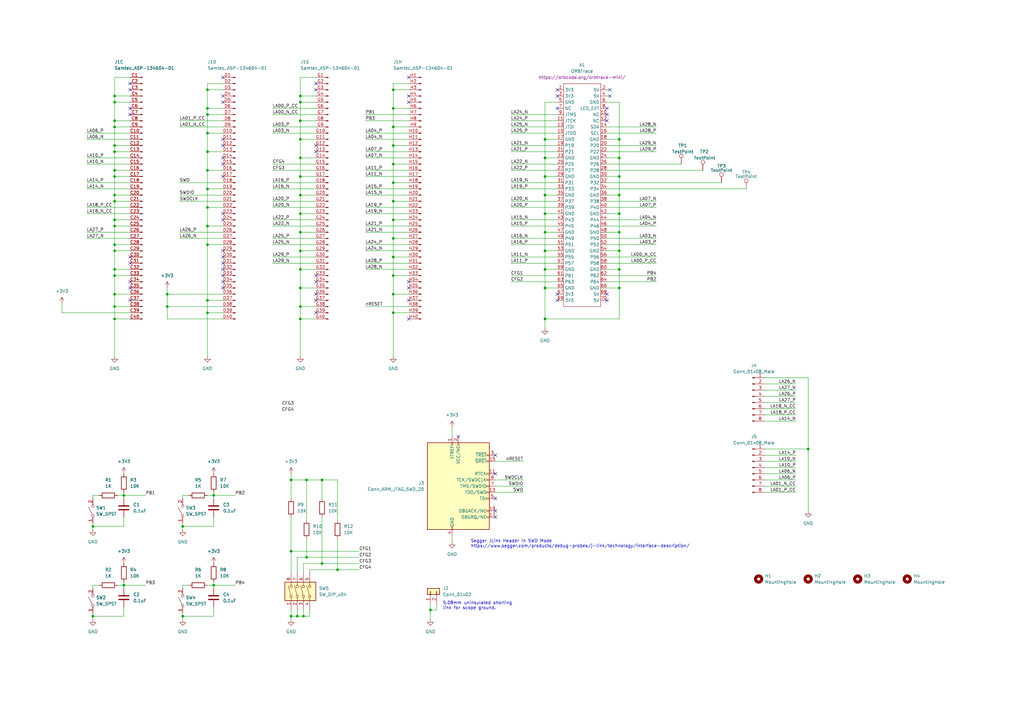
<source format=kicad_sch>
(kicad_sch (version 20230121) (generator eeschema)
  (paper "A3")
  (title_block (title "FMC LPC Template") (company "IDEX Biometrics Ltd"))
  (lib_symbols
    (symbol "Connector:Conn_01x08_Male" (pin_names (offset 1.016) hide)
      (property "Reference" "J" (at 0 10.16 0))
      (property "Value" "Conn_01x08_Male" (at 0 -12.7 0))
      (symbol "Conn_01x08_Male_1_1"
        (pin passive line (at 5.08 7.62 180) (length 3.81) (name "Pin_1") (number "1"))
        (pin passive line (at 5.08 5.08 180) (length 3.81) (name "Pin_2") (number "2"))
        (pin passive line (at 5.08 2.54 180) (length 3.81) (name "Pin_3") (number "3"))
        (pin passive line (at 5.08 0 180) (length 3.81) (name "Pin_4") (number "4"))
        (pin passive line (at 5.08 -2.54 180) (length 3.81) (name "Pin_5") (number "5"))
        (pin passive line (at 5.08 -5.08 180) (length 3.81) (name "Pin_6") (number "6"))
        (pin passive line (at 5.08 -7.62 180) (length 3.81) (name "Pin_7") (number "7"))
        (pin passive line (at 5.08 -10.16 180) (length 3.81) (name "Pin_8") (number "8"))
      )
    )
    (symbol "Connector:Conn_ARM_JTAG_SWD_20" (pin_names (offset 1.016))
      (property "Reference" "J" (at -5.08 21.59 0))
      (property "Value" "Conn_ARM_JTAG_SWD_20" (at -5.08 19.05 0))
      (symbol "Conn_ARM_JTAG_SWD_20_1_1"
        (pin power_in line (at -2.54 20.32 270) (length 2.54) (name "VTREF") (number "1"))
        (pin passive line (at -2.54 -20.32 90) (length 2.54) hide (name "GND") (number "10"))
        (pin input line (at 15.24 5.08 180) (length 2.54) (name "RTCK") (number "11"))
        (pin passive line (at -2.54 -20.32 90) (length 2.54) hide (name "GND") (number "12"))
        (pin input line (at 15.24 -2.54 180) (length 2.54) (name "TDO/SWO") (number "13"))
        (pin passive line (at -2.54 -20.32 90) (length 2.54) hide (name "GND") (number "14"))
        (pin bidirectional line (at 15.24 10.16 180) (length 2.54) (name "~{SRST}") (number "15"))
        (pin passive line (at -2.54 -20.32 90) (length 2.54) hide (name "GND") (number "16"))
        (pin output line (at 15.24 -12.7 180) (length 2.54) (name "DBGRQ/NC") (number "17"))
        (pin passive line (at -2.54 -20.32 90) (length 2.54) hide (name "GND") (number "18"))
        (pin input line (at 15.24 -10.16 180) (length 2.54) (name "DBGACK/NC") (number "19"))
        (pin power_in line (at 0 20.32 270) (length 2.54) (name "VCC/NC") (number "2"))
        (pin passive line (at -2.54 -20.32 90) (length 2.54) hide (name "GND") (number "20"))
        (pin output line (at 15.24 12.7 180) (length 2.54) (name "~{TRST}") (number "3"))
        (pin power_in line (at -2.54 -20.32 90) (length 2.54) (name "GND") (number "4"))
        (pin output line (at 15.24 -5.08 180) (length 2.54) (name "TDI") (number "5"))
        (pin passive line (at -2.54 -20.32 90) (length 2.54) hide (name "GND") (number "6"))
        (pin output line (at 15.24 0 180) (length 2.54) (name "TMS/SWDIO") (number "7"))
        (pin passive line (at -2.54 -20.32 90) (length 2.54) hide (name "GND") (number "8"))
        (pin output line (at 15.24 2.54 180) (length 2.54) (name "TCK/SWDCLK") (number "9"))
      )
    )
    (symbol "Connector:Samtec_ASP-134604-01" (pin_names (offset 1.016) hide)
      (property "Reference" "J" (at 0 50.8 0))
      (property "Value" "Samtec_ASP-134604-01" (at 0 -53.34 0))
      (symbol "Samtec_ASP-134604-01_1_1"
        (pin passive line (at -5.08 48.26 0) (length 3.81) (name "Pin_1") (number "A1"))
        (pin passive line (at -5.08 25.4 0) (length 3.81) (name "Pin_10") (number "A10"))
        (pin passive line (at -5.08 22.86 0) (length 3.81) (name "Pin_11") (number "A11"))
        (pin passive line (at -5.08 20.32 0) (length 3.81) (name "Pin_12") (number "A12"))
        (pin passive line (at -5.08 17.78 0) (length 3.81) (name "Pin_13") (number "A13"))
        (pin passive line (at -5.08 15.24 0) (length 3.81) (name "Pin_14") (number "A14"))
        (pin passive line (at -5.08 12.7 0) (length 3.81) (name "Pin_15") (number "A15"))
        (pin passive line (at -5.08 10.16 0) (length 3.81) (name "Pin_16") (number "A16"))
        (pin passive line (at -5.08 7.62 0) (length 3.81) (name "Pin_17") (number "A17"))
        (pin passive line (at -5.08 5.08 0) (length 3.81) (name "Pin_18") (number "A18"))
        (pin passive line (at -5.08 2.54 0) (length 3.81) (name "Pin_19") (number "A19"))
        (pin passive line (at -5.08 45.72 0) (length 3.81) (name "Pin_2") (number "A2"))
        (pin passive line (at -5.08 0 0) (length 3.81) (name "Pin_20") (number "A20"))
        (pin passive line (at -5.08 -2.54 0) (length 3.81) (name "Pin_21") (number "A21"))
        (pin passive line (at -5.08 -5.08 0) (length 3.81) (name "Pin_22") (number "A22"))
        (pin passive line (at -5.08 -7.62 0) (length 3.81) (name "Pin_23") (number "A23"))
        (pin passive line (at -5.08 -10.16 0) (length 3.81) (name "Pin_24") (number "A24"))
        (pin passive line (at -5.08 -12.7 0) (length 3.81) (name "Pin_25") (number "A25"))
        (pin passive line (at -5.08 -15.24 0) (length 3.81) (name "Pin_26") (number "A26"))
        (pin passive line (at -5.08 -17.78 0) (length 3.81) (name "Pin_27") (number "A27"))
        (pin passive line (at -5.08 -20.32 0) (length 3.81) (name "Pin_28") (number "A28"))
        (pin passive line (at -5.08 -22.86 0) (length 3.81) (name "Pin_29") (number "A29"))
        (pin passive line (at -5.08 43.18 0) (length 3.81) (name "Pin_3") (number "A3"))
        (pin passive line (at -5.08 -25.4 0) (length 3.81) (name "Pin_30") (number "A30"))
        (pin passive line (at -5.08 -27.94 0) (length 3.81) (name "Pin_31") (number "A31"))
        (pin passive line (at -5.08 -30.48 0) (length 3.81) (name "Pin_32") (number "A32"))
        (pin passive line (at -5.08 -33.02 0) (length 3.81) (name "Pin_33") (number "A33"))
        (pin passive line (at -5.08 -35.56 0) (length 3.81) (name "Pin_34") (number "A34"))
        (pin passive line (at -5.08 -38.1 0) (length 3.81) (name "Pin_35") (number "A35"))
        (pin passive line (at -5.08 -40.64 0) (length 3.81) (name "Pin_36") (number "A36"))
        (pin passive line (at -5.08 -43.18 0) (length 3.81) (name "Pin_37") (number "A37"))
        (pin passive line (at -5.08 -45.72 0) (length 3.81) (name "Pin_38") (number "A38"))
        (pin passive line (at -5.08 -48.26 0) (length 3.81) (name "Pin_39") (number "A39"))
        (pin passive line (at -5.08 40.64 0) (length 3.81) (name "Pin_4") (number "A4"))
        (pin passive line (at -5.08 -50.8 0) (length 3.81) (name "Pin_40") (number "A40"))
        (pin passive line (at -5.08 38.1 0) (length 3.81) (name "Pin_5") (number "A5"))
        (pin passive line (at -5.08 35.56 0) (length 3.81) (name "Pin_6") (number "A6"))
        (pin passive line (at -5.08 33.02 0) (length 3.81) (name "Pin_7") (number "A7"))
        (pin passive line (at -5.08 30.48 0) (length 3.81) (name "Pin_8") (number "A8"))
        (pin passive line (at -5.08 27.94 0) (length 3.81) (name "Pin_9") (number "A9"))
      )
      (symbol "Samtec_ASP-134604-01_2_1"
        (pin passive line (at -5.08 48.26 0) (length 3.81) (name "Pin_1") (number "B1"))
        (pin passive line (at -5.08 25.4 0) (length 3.81) (name "Pin_10") (number "B10"))
        (pin passive line (at -5.08 22.86 0) (length 3.81) (name "Pin_11") (number "B11"))
        (pin passive line (at -5.08 20.32 0) (length 3.81) (name "Pin_12") (number "B12"))
        (pin passive line (at -5.08 17.78 0) (length 3.81) (name "Pin_13") (number "B13"))
        (pin passive line (at -5.08 15.24 0) (length 3.81) (name "Pin_14") (number "B14"))
        (pin passive line (at -5.08 12.7 0) (length 3.81) (name "Pin_15") (number "B15"))
        (pin passive line (at -5.08 10.16 0) (length 3.81) (name "Pin_16") (number "B16"))
        (pin passive line (at -5.08 7.62 0) (length 3.81) (name "Pin_17") (number "B17"))
        (pin passive line (at -5.08 5.08 0) (length 3.81) (name "Pin_18") (number "B18"))
        (pin passive line (at -5.08 2.54 0) (length 3.81) (name "Pin_19") (number "B19"))
        (pin passive line (at -5.08 45.72 0) (length 3.81) (name "Pin_2") (number "B2"))
        (pin passive line (at -5.08 0 0) (length 3.81) (name "Pin_20") (number "B20"))
        (pin passive line (at -5.08 -2.54 0) (length 3.81) (name "Pin_21") (number "B21"))
        (pin passive line (at -5.08 -5.08 0) (length 3.81) (name "Pin_22") (number "B22"))
        (pin passive line (at -5.08 -7.62 0) (length 3.81) (name "Pin_23") (number "B23"))
        (pin passive line (at -5.08 -10.16 0) (length 3.81) (name "Pin_24") (number "B24"))
        (pin passive line (at -5.08 -12.7 0) (length 3.81) (name "Pin_25") (number "B25"))
        (pin passive line (at -5.08 -15.24 0) (length 3.81) (name "Pin_26") (number "B26"))
        (pin passive line (at -5.08 -17.78 0) (length 3.81) (name "Pin_27") (number "B27"))
        (pin passive line (at -5.08 -20.32 0) (length 3.81) (name "Pin_28") (number "B28"))
        (pin passive line (at -5.08 -22.86 0) (length 3.81) (name "Pin_29") (number "B29"))
        (pin passive line (at -5.08 43.18 0) (length 3.81) (name "Pin_3") (number "B3"))
        (pin passive line (at -5.08 -25.4 0) (length 3.81) (name "Pin_30") (number "B30"))
        (pin passive line (at -5.08 -27.94 0) (length 3.81) (name "Pin_31") (number "B31"))
        (pin passive line (at -5.08 -30.48 0) (length 3.81) (name "Pin_32") (number "B32"))
        (pin passive line (at -5.08 -33.02 0) (length 3.81) (name "Pin_33") (number "B33"))
        (pin passive line (at -5.08 -35.56 0) (length 3.81) (name "Pin_34") (number "B34"))
        (pin passive line (at -5.08 -38.1 0) (length 3.81) (name "Pin_35") (number "B35"))
        (pin passive line (at -5.08 -40.64 0) (length 3.81) (name "Pin_36") (number "B36"))
        (pin passive line (at -5.08 -43.18 0) (length 3.81) (name "Pin_37") (number "B37"))
        (pin passive line (at -5.08 -45.72 0) (length 3.81) (name "Pin_38") (number "B38"))
        (pin passive line (at -5.08 -48.26 0) (length 3.81) (name "Pin_39") (number "B39"))
        (pin passive line (at -5.08 40.64 0) (length 3.81) (name "Pin_4") (number "B4"))
        (pin passive line (at -5.08 -50.8 0) (length 3.81) (name "Pin_40") (number "B40"))
        (pin passive line (at -5.08 38.1 0) (length 3.81) (name "Pin_5") (number "B5"))
        (pin passive line (at -5.08 35.56 0) (length 3.81) (name "Pin_6") (number "B6"))
        (pin passive line (at -5.08 33.02 0) (length 3.81) (name "Pin_7") (number "B7"))
        (pin passive line (at -5.08 30.48 0) (length 3.81) (name "Pin_8") (number "B8"))
        (pin passive line (at -5.08 27.94 0) (length 3.81) (name "Pin_9") (number "B9"))
      )
      (symbol "Samtec_ASP-134604-01_3_1"
        (pin passive line (at -5.08 48.26 0) (length 3.81) (name "Pin_1") (number "C1"))
        (pin passive line (at -5.08 25.4 0) (length 3.81) (name "Pin_10") (number "C10"))
        (pin passive line (at -5.08 22.86 0) (length 3.81) (name "Pin_11") (number "C11"))
        (pin passive line (at -5.08 20.32 0) (length 3.81) (name "Pin_12") (number "C12"))
        (pin passive line (at -5.08 17.78 0) (length 3.81) (name "Pin_13") (number "C13"))
        (pin passive line (at -5.08 15.24 0) (length 3.81) (name "Pin_14") (number "C14"))
        (pin passive line (at -5.08 12.7 0) (length 3.81) (name "Pin_15") (number "C15"))
        (pin passive line (at -5.08 10.16 0) (length 3.81) (name "Pin_16") (number "C16"))
        (pin passive line (at -5.08 7.62 0) (length 3.81) (name "Pin_17") (number "C17"))
        (pin passive line (at -5.08 5.08 0) (length 3.81) (name "Pin_18") (number "C18"))
        (pin passive line (at -5.08 2.54 0) (length 3.81) (name "Pin_19") (number "C19"))
        (pin passive line (at -5.08 45.72 0) (length 3.81) (name "Pin_2") (number "C2"))
        (pin passive line (at -5.08 0 0) (length 3.81) (name "Pin_20") (number "C20"))
        (pin passive line (at -5.08 -2.54 0) (length 3.81) (name "Pin_21") (number "C21"))
        (pin passive line (at -5.08 -5.08 0) (length 3.81) (name "Pin_22") (number "C22"))
        (pin passive line (at -5.08 -7.62 0) (length 3.81) (name "Pin_23") (number "C23"))
        (pin passive line (at -5.08 -10.16 0) (length 3.81) (name "Pin_24") (number "C24"))
        (pin passive line (at -5.08 -12.7 0) (length 3.81) (name "Pin_25") (number "C25"))
        (pin passive line (at -5.08 -15.24 0) (length 3.81) (name "Pin_26") (number "C26"))
        (pin passive line (at -5.08 -17.78 0) (length 3.81) (name "Pin_27") (number "C27"))
        (pin passive line (at -5.08 -20.32 0) (length 3.81) (name "Pin_28") (number "C28"))
        (pin passive line (at -5.08 -22.86 0) (length 3.81) (name "Pin_29") (number "C29"))
        (pin passive line (at -5.08 43.18 0) (length 3.81) (name "Pin_3") (number "C3"))
        (pin passive line (at -5.08 -25.4 0) (length 3.81) (name "Pin_30") (number "C30"))
        (pin passive line (at -5.08 -27.94 0) (length 3.81) (name "Pin_31") (number "C31"))
        (pin passive line (at -5.08 -30.48 0) (length 3.81) (name "Pin_32") (number "C32"))
        (pin passive line (at -5.08 -33.02 0) (length 3.81) (name "Pin_33") (number "C33"))
        (pin passive line (at -5.08 -35.56 0) (length 3.81) (name "Pin_34") (number "C34"))
        (pin passive line (at -5.08 -38.1 0) (length 3.81) (name "Pin_35") (number "C35"))
        (pin passive line (at -5.08 -40.64 0) (length 3.81) (name "Pin_36") (number "C36"))
        (pin passive line (at -5.08 -43.18 0) (length 3.81) (name "Pin_37") (number "C37"))
        (pin passive line (at -5.08 -45.72 0) (length 3.81) (name "Pin_38") (number "C38"))
        (pin passive line (at -5.08 -48.26 0) (length 3.81) (name "Pin_39") (number "C39"))
        (pin passive line (at -5.08 40.64 0) (length 3.81) (name "Pin_4") (number "C4"))
        (pin passive line (at -5.08 -50.8 0) (length 3.81) (name "Pin_40") (number "C40"))
        (pin passive line (at -5.08 38.1 0) (length 3.81) (name "Pin_5") (number "C5"))
        (pin passive line (at -5.08 35.56 0) (length 3.81) (name "Pin_6") (number "C6"))
        (pin passive line (at -5.08 33.02 0) (length 3.81) (name "Pin_7") (number "C7"))
        (pin passive line (at -5.08 30.48 0) (length 3.81) (name "Pin_8") (number "C8"))
        (pin passive line (at -5.08 27.94 0) (length 3.81) (name "Pin_9") (number "C9"))
      )
      (symbol "Samtec_ASP-134604-01_4_1"
        (pin passive line (at -5.08 48.26 0) (length 3.81) (name "Pin_1") (number "D1"))
        (pin passive line (at -5.08 25.4 0) (length 3.81) (name "Pin_10") (number "D10"))
        (pin passive line (at -5.08 22.86 0) (length 3.81) (name "Pin_11") (number "D11"))
        (pin passive line (at -5.08 20.32 0) (length 3.81) (name "Pin_12") (number "D12"))
        (pin passive line (at -5.08 17.78 0) (length 3.81) (name "Pin_13") (number "D13"))
        (pin passive line (at -5.08 15.24 0) (length 3.81) (name "Pin_14") (number "D14"))
        (pin passive line (at -5.08 12.7 0) (length 3.81) (name "Pin_15") (number "D15"))
        (pin passive line (at -5.08 10.16 0) (length 3.81) (name "Pin_16") (number "D16"))
        (pin passive line (at -5.08 7.62 0) (length 3.81) (name "Pin_17") (number "D17"))
        (pin passive line (at -5.08 5.08 0) (length 3.81) (name "Pin_18") (number "D18"))
        (pin passive line (at -5.08 2.54 0) (length 3.81) (name "Pin_19") (number "D19"))
        (pin passive line (at -5.08 45.72 0) (length 3.81) (name "Pin_2") (number "D2"))
        (pin passive line (at -5.08 0 0) (length 3.81) (name "Pin_20") (number "D20"))
        (pin passive line (at -5.08 -2.54 0) (length 3.81) (name "Pin_21") (number "D21"))
        (pin passive line (at -5.08 -5.08 0) (length 3.81) (name "Pin_22") (number "D22"))
        (pin passive line (at -5.08 -7.62 0) (length 3.81) (name "Pin_23") (number "D23"))
        (pin passive line (at -5.08 -10.16 0) (length 3.81) (name "Pin_24") (number "D24"))
        (pin passive line (at -5.08 -12.7 0) (length 3.81) (name "Pin_25") (number "D25"))
        (pin passive line (at -5.08 -15.24 0) (length 3.81) (name "Pin_26") (number "D26"))
        (pin passive line (at -5.08 -17.78 0) (length 3.81) (name "Pin_27") (number "D27"))
        (pin passive line (at -5.08 -20.32 0) (length 3.81) (name "Pin_28") (number "D28"))
        (pin passive line (at -5.08 -22.86 0) (length 3.81) (name "Pin_29") (number "D29"))
        (pin passive line (at -5.08 43.18 0) (length 3.81) (name "Pin_3") (number "D3"))
        (pin passive line (at -5.08 -25.4 0) (length 3.81) (name "Pin_30") (number "D30"))
        (pin passive line (at -5.08 -27.94 0) (length 3.81) (name "Pin_31") (number "D31"))
        (pin passive line (at -5.08 -30.48 0) (length 3.81) (name "Pin_32") (number "D32"))
        (pin passive line (at -5.08 -33.02 0) (length 3.81) (name "Pin_33") (number "D33"))
        (pin passive line (at -5.08 -35.56 0) (length 3.81) (name "Pin_34") (number "D34"))
        (pin passive line (at -5.08 -38.1 0) (length 3.81) (name "Pin_35") (number "D35"))
        (pin passive line (at -5.08 -40.64 0) (length 3.81) (name "Pin_36") (number "D36"))
        (pin passive line (at -5.08 -43.18 0) (length 3.81) (name "Pin_37") (number "D37"))
        (pin passive line (at -5.08 -45.72 0) (length 3.81) (name "Pin_38") (number "D38"))
        (pin passive line (at -5.08 -48.26 0) (length 3.81) (name "Pin_39") (number "D39"))
        (pin passive line (at -5.08 40.64 0) (length 3.81) (name "Pin_4") (number "D4"))
        (pin passive line (at -5.08 -50.8 0) (length 3.81) (name "Pin_40") (number "D40"))
        (pin passive line (at -5.08 38.1 0) (length 3.81) (name "Pin_5") (number "D5"))
        (pin passive line (at -5.08 35.56 0) (length 3.81) (name "Pin_6") (number "D6"))
        (pin passive line (at -5.08 33.02 0) (length 3.81) (name "Pin_7") (number "D7"))
        (pin passive line (at -5.08 30.48 0) (length 3.81) (name "Pin_8") (number "D8"))
        (pin passive line (at -5.08 27.94 0) (length 3.81) (name "Pin_9") (number "D9"))
      )
      (symbol "Samtec_ASP-134604-01_5_1"
        (pin passive line (at -5.08 48.26 0) (length 3.81) (name "Pin_1") (number "E1"))
        (pin passive line (at -5.08 25.4 0) (length 3.81) (name "Pin_10") (number "E10"))
        (pin passive line (at -5.08 22.86 0) (length 3.81) (name "Pin_11") (number "E11"))
        (pin passive line (at -5.08 20.32 0) (length 3.81) (name "Pin_12") (number "E12"))
        (pin passive line (at -5.08 17.78 0) (length 3.81) (name "Pin_13") (number "E13"))
        (pin passive line (at -5.08 15.24 0) (length 3.81) (name "Pin_14") (number "E14"))
        (pin passive line (at -5.08 12.7 0) (length 3.81) (name "Pin_15") (number "E15"))
        (pin passive line (at -5.08 10.16 0) (length 3.81) (name "Pin_16") (number "E16"))
        (pin passive line (at -5.08 7.62 0) (length 3.81) (name "Pin_17") (number "E17"))
        (pin passive line (at -5.08 5.08 0) (length 3.81) (name "Pin_18") (number "E18"))
        (pin passive line (at -5.08 2.54 0) (length 3.81) (name "Pin_19") (number "E19"))
        (pin passive line (at -5.08 45.72 0) (length 3.81) (name "Pin_2") (number "E2"))
        (pin passive line (at -5.08 0 0) (length 3.81) (name "Pin_20") (number "E20"))
        (pin passive line (at -5.08 -2.54 0) (length 3.81) (name "Pin_21") (number "E21"))
        (pin passive line (at -5.08 -5.08 0) (length 3.81) (name "Pin_22") (number "E22"))
        (pin passive line (at -5.08 -7.62 0) (length 3.81) (name "Pin_23") (number "E23"))
        (pin passive line (at -5.08 -10.16 0) (length 3.81) (name "Pin_24") (number "E24"))
        (pin passive line (at -5.08 -12.7 0) (length 3.81) (name "Pin_25") (number "E25"))
        (pin passive line (at -5.08 -15.24 0) (length 3.81) (name "Pin_26") (number "E26"))
        (pin passive line (at -5.08 -17.78 0) (length 3.81) (name "Pin_27") (number "E27"))
        (pin passive line (at -5.08 -20.32 0) (length 3.81) (name "Pin_28") (number "E28"))
        (pin passive line (at -5.08 -22.86 0) (length 3.81) (name "Pin_29") (number "E29"))
        (pin passive line (at -5.08 43.18 0) (length 3.81) (name "Pin_3") (number "E3"))
        (pin passive line (at -5.08 -25.4 0) (length 3.81) (name "Pin_30") (number "E30"))
        (pin passive line (at -5.08 -27.94 0) (length 3.81) (name "Pin_31") (number "E31"))
        (pin passive line (at -5.08 -30.48 0) (length 3.81) (name "Pin_32") (number "E32"))
        (pin passive line (at -5.08 -33.02 0) (length 3.81) (name "Pin_33") (number "E33"))
        (pin passive line (at -5.08 -35.56 0) (length 3.81) (name "Pin_34") (number "E34"))
        (pin passive line (at -5.08 -38.1 0) (length 3.81) (name "Pin_35") (number "E35"))
        (pin passive line (at -5.08 -40.64 0) (length 3.81) (name "Pin_36") (number "E36"))
        (pin passive line (at -5.08 -43.18 0) (length 3.81) (name "Pin_37") (number "E37"))
        (pin passive line (at -5.08 -45.72 0) (length 3.81) (name "Pin_38") (number "E38"))
        (pin passive line (at -5.08 -48.26 0) (length 3.81) (name "Pin_39") (number "E39"))
        (pin passive line (at -5.08 40.64 0) (length 3.81) (name "Pin_4") (number "E4"))
        (pin passive line (at -5.08 -50.8 0) (length 3.81) (name "Pin_40") (number "E40"))
        (pin passive line (at -5.08 38.1 0) (length 3.81) (name "Pin_5") (number "E5"))
        (pin passive line (at -5.08 35.56 0) (length 3.81) (name "Pin_6") (number "E6"))
        (pin passive line (at -5.08 33.02 0) (length 3.81) (name "Pin_7") (number "E7"))
        (pin passive line (at -5.08 30.48 0) (length 3.81) (name "Pin_8") (number "E8"))
        (pin passive line (at -5.08 27.94 0) (length 3.81) (name "Pin_9") (number "E9"))
      )
      (symbol "Samtec_ASP-134604-01_6_1"
        (pin passive line (at -5.08 48.26 0) (length 3.81) (name "Pin_1") (number "F1"))
        (pin passive line (at -5.08 25.4 0) (length 3.81) (name "Pin_10") (number "F10"))
        (pin passive line (at -5.08 22.86 0) (length 3.81) (name "Pin_11") (number "F11"))
        (pin passive line (at -5.08 20.32 0) (length 3.81) (name "Pin_12") (number "F12"))
        (pin passive line (at -5.08 17.78 0) (length 3.81) (name "Pin_13") (number "F13"))
        (pin passive line (at -5.08 15.24 0) (length 3.81) (name "Pin_14") (number "F14"))
        (pin passive line (at -5.08 12.7 0) (length 3.81) (name "Pin_15") (number "F15"))
        (pin passive line (at -5.08 10.16 0) (length 3.81) (name "Pin_16") (number "F16"))
        (pin passive line (at -5.08 7.62 0) (length 3.81) (name "Pin_17") (number "F17"))
        (pin passive line (at -5.08 5.08 0) (length 3.81) (name "Pin_18") (number "F18"))
        (pin passive line (at -5.08 2.54 0) (length 3.81) (name "Pin_19") (number "F19"))
        (pin passive line (at -5.08 45.72 0) (length 3.81) (name "Pin_2") (number "F2"))
        (pin passive line (at -5.08 0 0) (length 3.81) (name "Pin_20") (number "F20"))
        (pin passive line (at -5.08 -2.54 0) (length 3.81) (name "Pin_21") (number "F21"))
        (pin passive line (at -5.08 -5.08 0) (length 3.81) (name "Pin_22") (number "F22"))
        (pin passive line (at -5.08 -7.62 0) (length 3.81) (name "Pin_23") (number "F23"))
        (pin passive line (at -5.08 -10.16 0) (length 3.81) (name "Pin_24") (number "F24"))
        (pin passive line (at -5.08 -12.7 0) (length 3.81) (name "Pin_25") (number "F25"))
        (pin passive line (at -5.08 -15.24 0) (length 3.81) (name "Pin_26") (number "F26"))
        (pin passive line (at -5.08 -17.78 0) (length 3.81) (name "Pin_27") (number "F27"))
        (pin passive line (at -5.08 -20.32 0) (length 3.81) (name "Pin_28") (number "F28"))
        (pin passive line (at -5.08 -22.86 0) (length 3.81) (name "Pin_29") (number "F29"))
        (pin passive line (at -5.08 43.18 0) (length 3.81) (name "Pin_3") (number "F3"))
        (pin passive line (at -5.08 -25.4 0) (length 3.81) (name "Pin_30") (number "F30"))
        (pin passive line (at -5.08 -27.94 0) (length 3.81) (name "Pin_31") (number "F31"))
        (pin passive line (at -5.08 -30.48 0) (length 3.81) (name "Pin_32") (number "F32"))
        (pin passive line (at -5.08 -33.02 0) (length 3.81) (name "Pin_33") (number "F33"))
        (pin passive line (at -5.08 -35.56 0) (length 3.81) (name "Pin_34") (number "F34"))
        (pin passive line (at -5.08 -38.1 0) (length 3.81) (name "Pin_35") (number "F35"))
        (pin passive line (at -5.08 -40.64 0) (length 3.81) (name "Pin_36") (number "F36"))
        (pin passive line (at -5.08 -43.18 0) (length 3.81) (name "Pin_37") (number "F37"))
        (pin passive line (at -5.08 -45.72 0) (length 3.81) (name "Pin_38") (number "F38"))
        (pin passive line (at -5.08 -48.26 0) (length 3.81) (name "Pin_39") (number "F39"))
        (pin passive line (at -5.08 40.64 0) (length 3.81) (name "Pin_4") (number "F4"))
        (pin passive line (at -5.08 -50.8 0) (length 3.81) (name "Pin_40") (number "F40"))
        (pin passive line (at -5.08 38.1 0) (length 3.81) (name "Pin_5") (number "F5"))
        (pin passive line (at -5.08 35.56 0) (length 3.81) (name "Pin_6") (number "F6"))
        (pin passive line (at -5.08 33.02 0) (length 3.81) (name "Pin_7") (number "F7"))
        (pin passive line (at -5.08 30.48 0) (length 3.81) (name "Pin_8") (number "F8"))
        (pin passive line (at -5.08 27.94 0) (length 3.81) (name "Pin_9") (number "F9"))
      )
      (symbol "Samtec_ASP-134604-01_7_1"
        (pin passive line (at -5.08 48.26 0) (length 3.81) (name "Pin_1") (number "G1"))
        (pin passive line (at -5.08 25.4 0) (length 3.81) (name "Pin_10") (number "G10"))
        (pin passive line (at -5.08 22.86 0) (length 3.81) (name "Pin_11") (number "G11"))
        (pin passive line (at -5.08 20.32 0) (length 3.81) (name "Pin_12") (number "G12"))
        (pin passive line (at -5.08 17.78 0) (length 3.81) (name "Pin_13") (number "G13"))
        (pin passive line (at -5.08 15.24 0) (length 3.81) (name "Pin_14") (number "G14"))
        (pin passive line (at -5.08 12.7 0) (length 3.81) (name "Pin_15") (number "G15"))
        (pin passive line (at -5.08 10.16 0) (length 3.81) (name "Pin_16") (number "G16"))
        (pin passive line (at -5.08 7.62 0) (length 3.81) (name "Pin_17") (number "G17"))
        (pin passive line (at -5.08 5.08 0) (length 3.81) (name "Pin_18") (number "G18"))
        (pin passive line (at -5.08 2.54 0) (length 3.81) (name "Pin_19") (number "G19"))
        (pin passive line (at -5.08 45.72 0) (length 3.81) (name "Pin_2") (number "G2"))
        (pin passive line (at -5.08 0 0) (length 3.81) (name "Pin_20") (number "G20"))
        (pin passive line (at -5.08 -2.54 0) (length 3.81) (name "Pin_21") (number "G21"))
        (pin passive line (at -5.08 -5.08 0) (length 3.81) (name "Pin_22") (number "G22"))
        (pin passive line (at -5.08 -7.62 0) (length 3.81) (name "Pin_23") (number "G23"))
        (pin passive line (at -5.08 -10.16 0) (length 3.81) (name "Pin_24") (number "G24"))
        (pin passive line (at -5.08 -12.7 0) (length 3.81) (name "Pin_25") (number "G25"))
        (pin passive line (at -5.08 -15.24 0) (length 3.81) (name "Pin_26") (number "G26"))
        (pin passive line (at -5.08 -17.78 0) (length 3.81) (name "Pin_27") (number "G27"))
        (pin passive line (at -5.08 -20.32 0) (length 3.81) (name "Pin_28") (number "G28"))
        (pin passive line (at -5.08 -22.86 0) (length 3.81) (name "Pin_29") (number "G29"))
        (pin passive line (at -5.08 43.18 0) (length 3.81) (name "Pin_3") (number "G3"))
        (pin passive line (at -5.08 -25.4 0) (length 3.81) (name "Pin_30") (number "G30"))
        (pin passive line (at -5.08 -27.94 0) (length 3.81) (name "Pin_31") (number "G31"))
        (pin passive line (at -5.08 -30.48 0) (length 3.81) (name "Pin_32") (number "G32"))
        (pin passive line (at -5.08 -33.02 0) (length 3.81) (name "Pin_33") (number "G33"))
        (pin passive line (at -5.08 -35.56 0) (length 3.81) (name "Pin_34") (number "G34"))
        (pin passive line (at -5.08 -38.1 0) (length 3.81) (name "Pin_35") (number "G35"))
        (pin passive line (at -5.08 -40.64 0) (length 3.81) (name "Pin_36") (number "G36"))
        (pin passive line (at -5.08 -43.18 0) (length 3.81) (name "Pin_37") (number "G37"))
        (pin passive line (at -5.08 -45.72 0) (length 3.81) (name "Pin_38") (number "G38"))
        (pin passive line (at -5.08 -48.26 0) (length 3.81) (name "Pin_39") (number "G39"))
        (pin passive line (at -5.08 40.64 0) (length 3.81) (name "Pin_4") (number "G4"))
        (pin passive line (at -5.08 -50.8 0) (length 3.81) (name "Pin_40") (number "G40"))
        (pin passive line (at -5.08 38.1 0) (length 3.81) (name "Pin_5") (number "G5"))
        (pin passive line (at -5.08 35.56 0) (length 3.81) (name "Pin_6") (number "G6"))
        (pin passive line (at -5.08 33.02 0) (length 3.81) (name "Pin_7") (number "G7"))
        (pin passive line (at -5.08 30.48 0) (length 3.81) (name "Pin_8") (number "G8"))
        (pin passive line (at -5.08 27.94 0) (length 3.81) (name "Pin_9") (number "G9"))
      )
      (symbol "Samtec_ASP-134604-01_8_1"
        (pin passive line (at -5.08 48.26 0) (length 3.81) (name "Pin_1") (number "H1"))
        (pin passive line (at -5.08 25.4 0) (length 3.81) (name "Pin_10") (number "H10"))
        (pin passive line (at -5.08 22.86 0) (length 3.81) (name "Pin_11") (number "H11"))
        (pin passive line (at -5.08 20.32 0) (length 3.81) (name "Pin_12") (number "H12"))
        (pin passive line (at -5.08 17.78 0) (length 3.81) (name "Pin_13") (number "H13"))
        (pin passive line (at -5.08 15.24 0) (length 3.81) (name "Pin_14") (number "H14"))
        (pin passive line (at -5.08 12.7 0) (length 3.81) (name "Pin_15") (number "H15"))
        (pin passive line (at -5.08 10.16 0) (length 3.81) (name "Pin_16") (number "H16"))
        (pin passive line (at -5.08 7.62 0) (length 3.81) (name "Pin_17") (number "H17"))
        (pin passive line (at -5.08 5.08 0) (length 3.81) (name "Pin_18") (number "H18"))
        (pin passive line (at -5.08 2.54 0) (length 3.81) (name "Pin_19") (number "H19"))
        (pin passive line (at -5.08 45.72 0) (length 3.81) (name "Pin_2") (number "H2"))
        (pin passive line (at -5.08 0 0) (length 3.81) (name "Pin_20") (number "H20"))
        (pin passive line (at -5.08 -2.54 0) (length 3.81) (name "Pin_21") (number "H21"))
        (pin passive line (at -5.08 -5.08 0) (length 3.81) (name "Pin_22") (number "H22"))
        (pin passive line (at -5.08 -7.62 0) (length 3.81) (name "Pin_23") (number "H23"))
        (pin passive line (at -5.08 -10.16 0) (length 3.81) (name "Pin_24") (number "H24"))
        (pin passive line (at -5.08 -12.7 0) (length 3.81) (name "Pin_25") (number "H25"))
        (pin passive line (at -5.08 -15.24 0) (length 3.81) (name "Pin_26") (number "H26"))
        (pin passive line (at -5.08 -17.78 0) (length 3.81) (name "Pin_27") (number "H27"))
        (pin passive line (at -5.08 -20.32 0) (length 3.81) (name "Pin_28") (number "H28"))
        (pin passive line (at -5.08 -22.86 0) (length 3.81) (name "Pin_29") (number "H29"))
        (pin passive line (at -5.08 43.18 0) (length 3.81) (name "Pin_3") (number "H3"))
        (pin passive line (at -5.08 -25.4 0) (length 3.81) (name "Pin_30") (number "H30"))
        (pin passive line (at -5.08 -27.94 0) (length 3.81) (name "Pin_31") (number "H31"))
        (pin passive line (at -5.08 -30.48 0) (length 3.81) (name "Pin_32") (number "H32"))
        (pin passive line (at -5.08 -33.02 0) (length 3.81) (name "Pin_33") (number "H33"))
        (pin passive line (at -5.08 -35.56 0) (length 3.81) (name "Pin_34") (number "H34"))
        (pin passive line (at -5.08 -38.1 0) (length 3.81) (name "Pin_35") (number "H35"))
        (pin passive line (at -5.08 -40.64 0) (length 3.81) (name "Pin_36") (number "H36"))
        (pin passive line (at -5.08 -43.18 0) (length 3.81) (name "Pin_37") (number "H37"))
        (pin passive line (at -5.08 -45.72 0) (length 3.81) (name "Pin_38") (number "H38"))
        (pin passive line (at -5.08 -48.26 0) (length 3.81) (name "Pin_39") (number "H39"))
        (pin passive line (at -5.08 40.64 0) (length 3.81) (name "Pin_4") (number "H4"))
        (pin passive line (at -5.08 -50.8 0) (length 3.81) (name "Pin_40") (number "H40"))
        (pin passive line (at -5.08 38.1 0) (length 3.81) (name "Pin_5") (number "H5"))
        (pin passive line (at -5.08 35.56 0) (length 3.81) (name "Pin_6") (number "H6"))
        (pin passive line (at -5.08 33.02 0) (length 3.81) (name "Pin_7") (number "H7"))
        (pin passive line (at -5.08 30.48 0) (length 3.81) (name "Pin_8") (number "H8"))
        (pin passive line (at -5.08 27.94 0) (length 3.81) (name "Pin_9") (number "H9"))
      )
      (symbol "Samtec_ASP-134604-01_9_1"
        (pin passive line (at -5.08 48.26 0) (length 3.81) (name "Pin_1") (number "J1"))
        (pin passive line (at -5.08 25.4 0) (length 3.81) (name "Pin_10") (number "J10"))
        (pin passive line (at -5.08 22.86 0) (length 3.81) (name "Pin_11") (number "J11"))
        (pin passive line (at -5.08 20.32 0) (length 3.81) (name "Pin_12") (number "J12"))
        (pin passive line (at -5.08 17.78 0) (length 3.81) (name "Pin_13") (number "J13"))
        (pin passive line (at -5.08 15.24 0) (length 3.81) (name "Pin_14") (number "J14"))
        (pin passive line (at -5.08 12.7 0) (length 3.81) (name "Pin_15") (number "J15"))
        (pin passive line (at -5.08 10.16 0) (length 3.81) (name "Pin_16") (number "J16"))
        (pin passive line (at -5.08 7.62 0) (length 3.81) (name "Pin_17") (number "J17"))
        (pin passive line (at -5.08 5.08 0) (length 3.81) (name "Pin_18") (number "J18"))
        (pin passive line (at -5.08 2.54 0) (length 3.81) (name "Pin_19") (number "J19"))
        (pin passive line (at -5.08 45.72 0) (length 3.81) (name "Pin_2") (number "J2"))
        (pin passive line (at -5.08 0 0) (length 3.81) (name "Pin_20") (number "J20"))
        (pin passive line (at -5.08 -2.54 0) (length 3.81) (name "Pin_21") (number "J21"))
        (pin passive line (at -5.08 -5.08 0) (length 3.81) (name "Pin_22") (number "J22"))
        (pin passive line (at -5.08 -7.62 0) (length 3.81) (name "Pin_23") (number "J23"))
        (pin passive line (at -5.08 -10.16 0) (length 3.81) (name "Pin_24") (number "J24"))
        (pin passive line (at -5.08 -12.7 0) (length 3.81) (name "Pin_25") (number "J25"))
        (pin passive line (at -5.08 -15.24 0) (length 3.81) (name "Pin_26") (number "J26"))
        (pin passive line (at -5.08 -17.78 0) (length 3.81) (name "Pin_27") (number "J27"))
        (pin passive line (at -5.08 -20.32 0) (length 3.81) (name "Pin_28") (number "J28"))
        (pin passive line (at -5.08 -22.86 0) (length 3.81) (name "Pin_29") (number "J29"))
        (pin passive line (at -5.08 43.18 0) (length 3.81) (name "Pin_3") (number "J3"))
        (pin passive line (at -5.08 -25.4 0) (length 3.81) (name "Pin_30") (number "J30"))
        (pin passive line (at -5.08 -27.94 0) (length 3.81) (name "Pin_31") (number "J31"))
        (pin passive line (at -5.08 -30.48 0) (length 3.81) (name "Pin_32") (number "J32"))
        (pin passive line (at -5.08 -33.02 0) (length 3.81) (name "Pin_33") (number "J33"))
        (pin passive line (at -5.08 -35.56 0) (length 3.81) (name "Pin_34") (number "J34"))
        (pin passive line (at -5.08 -38.1 0) (length 3.81) (name "Pin_35") (number "J35"))
        (pin passive line (at -5.08 -40.64 0) (length 3.81) (name "Pin_36") (number "J36"))
        (pin passive line (at -5.08 -43.18 0) (length 3.81) (name "Pin_37") (number "J37"))
        (pin passive line (at -5.08 -45.72 0) (length 3.81) (name "Pin_38") (number "J38"))
        (pin passive line (at -5.08 -48.26 0) (length 3.81) (name "Pin_39") (number "J39"))
        (pin passive line (at -5.08 40.64 0) (length 3.81) (name "Pin_4") (number "J4"))
        (pin passive line (at -5.08 -50.8 0) (length 3.81) (name "Pin_40") (number "J40"))
        (pin passive line (at -5.08 38.1 0) (length 3.81) (name "Pin_5") (number "J5"))
        (pin passive line (at -5.08 35.56 0) (length 3.81) (name "Pin_6") (number "J6"))
        (pin passive line (at -5.08 33.02 0) (length 3.81) (name "Pin_7") (number "J7"))
        (pin passive line (at -5.08 30.48 0) (length 3.81) (name "Pin_8") (number "J8"))
        (pin passive line (at -5.08 27.94 0) (length 3.81) (name "Pin_9") (number "J9"))
      )
      (symbol "Samtec_ASP-134604-01_10_1"
        (pin passive line (at -5.08 48.26 0) (length 3.81) (name "Pin_1") (number "K1"))
        (pin passive line (at -5.08 25.4 0) (length 3.81) (name "Pin_10") (number "K10"))
        (pin passive line (at -5.08 22.86 0) (length 3.81) (name "Pin_11") (number "K11"))
        (pin passive line (at -5.08 20.32 0) (length 3.81) (name "Pin_12") (number "K12"))
        (pin passive line (at -5.08 17.78 0) (length 3.81) (name "Pin_13") (number "K13"))
        (pin passive line (at -5.08 15.24 0) (length 3.81) (name "Pin_14") (number "K14"))
        (pin passive line (at -5.08 12.7 0) (length 3.81) (name "Pin_15") (number "K15"))
        (pin passive line (at -5.08 10.16 0) (length 3.81) (name "Pin_16") (number "K16"))
        (pin passive line (at -5.08 7.62 0) (length 3.81) (name "Pin_17") (number "K17"))
        (pin passive line (at -5.08 5.08 0) (length 3.81) (name "Pin_18") (number "K18"))
        (pin passive line (at -5.08 2.54 0) (length 3.81) (name "Pin_19") (number "K19"))
        (pin passive line (at -5.08 45.72 0) (length 3.81) (name "Pin_2") (number "K2"))
        (pin passive line (at -5.08 0 0) (length 3.81) (name "Pin_20") (number "K20"))
        (pin passive line (at -5.08 -2.54 0) (length 3.81) (name "Pin_21") (number "K21"))
        (pin passive line (at -5.08 -5.08 0) (length 3.81) (name "Pin_22") (number "K22"))
        (pin passive line (at -5.08 -7.62 0) (length 3.81) (name "Pin_23") (number "K23"))
        (pin passive line (at -5.08 -10.16 0) (length 3.81) (name "Pin_24") (number "K24"))
        (pin passive line (at -5.08 -12.7 0) (length 3.81) (name "Pin_25") (number "K25"))
        (pin passive line (at -5.08 -15.24 0) (length 3.81) (name "Pin_26") (number "K26"))
        (pin passive line (at -5.08 -17.78 0) (length 3.81) (name "Pin_27") (number "K27"))
        (pin passive line (at -5.08 -20.32 0) (length 3.81) (name "Pin_28") (number "K28"))
        (pin passive line (at -5.08 -22.86 0) (length 3.81) (name "Pin_29") (number "K29"))
        (pin passive line (at -5.08 43.18 0) (length 3.81) (name "Pin_3") (number "K3"))
        (pin passive line (at -5.08 -25.4 0) (length 3.81) (name "Pin_30") (number "K30"))
        (pin passive line (at -5.08 -27.94 0) (length 3.81) (name "Pin_31") (number "K31"))
        (pin passive line (at -5.08 -30.48 0) (length 3.81) (name "Pin_32") (number "K32"))
        (pin passive line (at -5.08 -33.02 0) (length 3.81) (name "Pin_33") (number "K33"))
        (pin passive line (at -5.08 -35.56 0) (length 3.81) (name "Pin_34") (number "K34"))
        (pin passive line (at -5.08 -38.1 0) (length 3.81) (name "Pin_35") (number "K35"))
        (pin passive line (at -5.08 -40.64 0) (length 3.81) (name "Pin_36") (number "K36"))
        (pin passive line (at -5.08 -43.18 0) (length 3.81) (name "Pin_37") (number "K37"))
        (pin passive line (at -5.08 -45.72 0) (length 3.81) (name "Pin_38") (number "K38"))
        (pin passive line (at -5.08 -48.26 0) (length 3.81) (name "Pin_39") (number "K39"))
        (pin passive line (at -5.08 40.64 0) (length 3.81) (name "Pin_4") (number "K4"))
        (pin passive line (at -5.08 -50.8 0) (length 3.81) (name "Pin_40") (number "K40"))
        (pin passive line (at -5.08 38.1 0) (length 3.81) (name "Pin_5") (number "K5"))
        (pin passive line (at -5.08 35.56 0) (length 3.81) (name "Pin_6") (number "K6"))
        (pin passive line (at -5.08 33.02 0) (length 3.81) (name "Pin_7") (number "K7"))
        (pin passive line (at -5.08 30.48 0) (length 3.81) (name "Pin_8") (number "K8"))
        (pin passive line (at -5.08 27.94 0) (length 3.81) (name "Pin_9") (number "K9"))
      )
    )
    (symbol "Connector:TestPoint" (pin_numbers hide) (pin_names (offset 0.762) hide)
      (property "Reference" "TP" (at 0 6.858 0))
      (property "Value" "TestPoint" (at 0 5.08 0))
      (symbol "TestPoint_1_1"
        (pin passive line (at 0 0 90) (length 2.54) (name "1") (number "1"))
      )
    )
    (symbol "Connector_Generic:Conn_01x02" (pin_names (offset 1.016) hide)
      (property "Reference" "J" (at 0 2.54 0))
      (property "Value" "Conn_01x02" (at 0 -5.08 0))
      (symbol "Conn_01x02_1_1"
        (pin passive line (at -5.08 0 0) (length 3.81) (name "Pin_1") (number "1"))
        (pin passive line (at -5.08 -2.54 0) (length 3.81) (name "Pin_2") (number "2"))
      )
    )
    (symbol "Device:C" (pin_numbers hide) (pin_names (offset 0.254))
      (property "Reference" "C" (at 0.635 2.54 0))
      (property "Value" "C" (at 0.635 -2.54 0))
      (symbol "C_1_1"
        (pin passive line (at 0 3.81 270) (length 2.794) (name "~") (number "1"))
        (pin passive line (at 0 -3.81 90) (length 2.794) (name "~") (number "2"))
      )
    )
    (symbol "Device:R" (pin_numbers hide) (pin_names (offset 0))
      (property "Reference" "R" (at 2.032 0 90))
      (property "Value" "R" (at 0 0 90))
      (symbol "R_1_1"
        (pin passive line (at 0 3.81 270) (length 1.27) (name "~") (number "1"))
        (pin passive line (at 0 -3.81 90) (length 1.27) (name "~") (number "2"))
      )
    )
    (symbol "Mechanical:MountingHole" (pin_names (offset 1.016))
      (property "Reference" "H" (at 0 5.08 0))
      (property "Value" "MountingHole" (at 0 3.175 0))
    )
    (symbol "ORBTrace:ORBTrace"
      (property "Reference" "A" (at -1.27 48.26 0))
      (property "Value" "ORBTrace" (at 0 -48.26 0))
      (property "Datasheet" "https://orbcode.org/orbtrace-mini/" (at 0 -50.8 0))
      (symbol "ORBTrace_1_1"
        (pin power_out line (at -10.16 43.18 0) (length 2.54) (name "3V3") (number "1"))
        (pin free line (at 10.16 33.02 180) (length 2.54) (name "NC") (number "10"))
        (pin input line (at -10.16 30.48 0) (length 2.54) (name "JTCK") (number "11"))
        (pin free line (at 10.16 30.48 180) (length 2.54) (name "NC") (number "12"))
        (pin input line (at -10.16 27.94 0) (length 2.54) (name "JTDI") (number "13"))
        (pin bidirectional line (at 10.16 27.94 180) (length 2.54) (name "SDA") (number "14"))
        (pin output line (at -10.16 25.4 0) (length 2.54) (name "JTDO") (number "15"))
        (pin output line (at 10.16 25.4 180) (length 2.54) (name "SCL") (number "16"))
        (pin power_out line (at -10.16 22.86 0) (length 2.54) (name "GND") (number "17"))
        (pin power_out line (at 10.16 22.86 180) (length 2.54) (name "GND") (number "18"))
        (pin bidirectional line (at -10.16 20.32 0) (length 2.54) (name "P19") (number "19"))
        (pin power_out line (at 10.16 43.18 180) (length 2.54) (name "5V") (number "2"))
        (pin bidirectional line (at 10.16 20.32 180) (length 2.54) (name "P20") (number "20"))
        (pin bidirectional line (at -10.16 17.78 0) (length 2.54) (name "P21") (number "21"))
        (pin bidirectional line (at 10.16 17.78 180) (length 2.54) (name "P22") (number "22"))
        (pin power_out line (at -10.16 15.24 0) (length 2.54) (name "GND") (number "23"))
        (pin power_out line (at 10.16 15.24 180) (length 2.54) (name "GND") (number "24"))
        (pin bidirectional line (at -10.16 12.7 0) (length 2.54) (name "P25") (number "25"))
        (pin bidirectional line (at 10.16 12.7 180) (length 2.54) (name "P26") (number "26"))
        (pin bidirectional line (at -10.16 10.16 0) (length 2.54) (name "P27") (number "27"))
        (pin bidirectional line (at 10.16 10.16 180) (length 2.54) (name "P28") (number "28"))
        (pin power_out line (at -10.16 7.62 0) (length 2.54) (name "GND") (number "29"))
        (pin power_out line (at -10.16 40.64 0) (length 2.54) (name "3V3") (number "3"))
        (pin power_out line (at 10.16 7.62 180) (length 2.54) (name "GND") (number "30"))
        (pin bidirectional line (at -10.16 5.08 0) (length 2.54) (name "P31") (number "31"))
        (pin bidirectional line (at 10.16 5.08 180) (length 2.54) (name "P32") (number "32"))
        (pin bidirectional line (at -10.16 2.54 0) (length 2.54) (name "P33") (number "33"))
        (pin bidirectional line (at 10.16 2.54 180) (length 2.54) (name "P34") (number "34"))
        (pin power_out line (at -10.16 0 0) (length 2.54) (name "GND") (number "35"))
        (pin power_out line (at 10.16 0 180) (length 2.54) (name "GND") (number "36"))
        (pin bidirectional line (at -10.16 -2.54 0) (length 2.54) (name "P37") (number "37"))
        (pin bidirectional line (at 10.16 -2.54 180) (length 2.54) (name "P38") (number "38"))
        (pin bidirectional line (at -10.16 -5.08 0) (length 2.54) (name "P39") (number "39"))
        (pin power_out line (at 10.16 40.64 180) (length 2.54) (name "5V") (number "4"))
        (pin bidirectional line (at 10.16 -5.08 180) (length 2.54) (name "P40") (number "40"))
        (pin power_out line (at -10.16 -7.62 0) (length 2.54) (name "GND") (number "41"))
        (pin power_out line (at 10.16 -7.62 180) (length 2.54) (name "GND") (number "42"))
        (pin bidirectional line (at -10.16 -10.16 0) (length 2.54) (name "P43") (number "43"))
        (pin bidirectional line (at 10.16 -10.16 180) (length 2.54) (name "P44") (number "44"))
        (pin bidirectional line (at -10.16 -12.7 0) (length 2.54) (name "P45") (number "45"))
        (pin bidirectional line (at 10.16 -12.7 180) (length 2.54) (name "P46") (number "46"))
        (pin power_out line (at -10.16 -15.24 0) (length 2.54) (name "GND") (number "47"))
        (pin power_out line (at 10.16 -15.24 180) (length 2.54) (name "GND") (number "48"))
        (pin bidirectional line (at -10.16 -17.78 0) (length 2.54) (name "P49") (number "49"))
        (pin power_out line (at -10.16 38.1 0) (length 2.54) (name "GND") (number "5"))
        (pin bidirectional line (at 10.16 -17.78 180) (length 2.54) (name "P50") (number "50"))
        (pin bidirectional line (at -10.16 -20.32 0) (length 2.54) (name "P51") (number "51"))
        (pin bidirectional line (at 10.16 -20.32 180) (length 2.54) (name "P52") (number "52"))
        (pin power_out line (at -10.16 -22.86 0) (length 2.54) (name "GND") (number "53"))
        (pin power_out line (at 10.16 -22.86 180) (length 2.54) (name "GND") (number "54"))
        (pin bidirectional line (at -10.16 -25.4 0) (length 2.54) (name "P55") (number "55"))
        (pin bidirectional line (at 10.16 -25.4 180) (length 2.54) (name "P56") (number "56"))
        (pin bidirectional line (at -10.16 -27.94 0) (length 2.54) (name "P57") (number "57"))
        (pin bidirectional line (at 10.16 -27.94 180) (length 2.54) (name "P58") (number "58"))
        (pin power_out line (at -10.16 -30.48 0) (length 2.54) (name "GND") (number "59"))
        (pin power_out line (at 10.16 38.1 180) (length 2.54) (name "GND") (number "6"))
        (pin power_out line (at 10.16 -30.48 180) (length 2.54) (name "GND") (number "60"))
        (pin bidirectional line (at -10.16 -33.02 0) (length 2.54) (name "P61") (number "61"))
        (pin bidirectional line (at 10.16 -33.02 180) (length 2.54) (name "P62") (number "62"))
        (pin bidirectional line (at -10.16 -35.56 0) (length 2.54) (name "P63") (number "63"))
        (pin bidirectional line (at 10.16 -35.56 180) (length 2.54) (name "P64") (number "64"))
        (pin power_out line (at -10.16 -38.1 0) (length 2.54) (name "GND") (number "65"))
        (pin power_out line (at 10.16 -38.1 180) (length 2.54) (name "GND") (number "66"))
        (pin power_out line (at -10.16 -40.64 0) (length 2.54) (name "3V3") (number "67"))
        (pin power_out line (at 10.16 -40.64 180) (length 2.54) (name "5V") (number "68"))
        (pin power_out line (at -10.16 -43.18 0) (length 2.54) (name "3V3") (number "69"))
        (pin free line (at -10.16 35.56 0) (length 2.54) (name "NC") (number "7"))
        (pin power_out line (at 10.16 -43.18 180) (length 2.54) (name "5V") (number "70"))
        (pin output line (at 10.16 35.56 180) (length 2.54) (name "LED_EXT") (number "8"))
        (pin input line (at -10.16 33.02 0) (length 2.54) (name "JTMS") (number "9"))
      )
    )
    (symbol "Switch:SW_DIP_x04" (pin_names (offset 0) hide)
      (property "Reference" "SW" (at 0 8.89 0))
      (property "Value" "SW_DIP_x04" (at 0 -6.35 0))
      (symbol "SW_DIP_x04_1_1"
        (pin passive line (at -7.62 5.08 0) (length 5.08) (name "~") (number "1"))
        (pin passive line (at -7.62 2.54 0) (length 5.08) (name "~") (number "2"))
        (pin passive line (at -7.62 0 0) (length 5.08) (name "~") (number "3"))
        (pin passive line (at -7.62 -2.54 0) (length 5.08) (name "~") (number "4"))
        (pin passive line (at 7.62 -2.54 180) (length 5.08) (name "~") (number "5"))
        (pin passive line (at 7.62 0 180) (length 5.08) (name "~") (number "6"))
        (pin passive line (at 7.62 2.54 180) (length 5.08) (name "~") (number "7"))
        (pin passive line (at 7.62 5.08 180) (length 5.08) (name "~") (number "8"))
      )
    )
    (symbol "Switch:SW_SPST" (pin_names (offset 0) hide)
      (property "Reference" "SW" (at 0 3.175 0))
      (property "Value" "SW_SPST" (at 0 -2.54 0))
      (symbol "SW_SPST_1_1"
        (pin passive line (at -5.08 0 0) (length 2.54) (name "A") (number "1"))
        (pin passive line (at 5.08 0 180) (length 2.54) (name "B") (number "2"))
      )
    )
    (symbol "power:+3V3" (power) (pin_names (offset 0))
      (property "Value" "+3V3" (at 0 3.556 0))
      (symbol "+3V3_1_1"
        (pin power_in line (at 0 0 90) (length 0) hide (name "+3V3") (number "1"))
      )
    )
    (symbol "power:GND" (power) (pin_names (offset 0))
      (property "Value" "GND" (at 0 -3.81 0))
      (symbol "GND_1_1"
        (pin power_in line (at 0 0 270) (length 0) hide (name "GND") (number "1"))
      )
    )
  )
  (junction (at 123.19 64.77))
  (junction (at 123.19 130.81))
  (junction (at 46.99 41.91))
  (junction (at 331.47 184.15))
  (junction (at 46.99 82.55))
  (junction (at 254 57.15))
  (junction (at 46.99 49.53))
  (junction (at 74.93 215.9))
  (junction (at 161.29 128.27))
  (junction (at 46.99 102.87))
  (junction (at 119.38 226.06))
  (junction (at 254 110.49))
  (junction (at 46.99 120.65))
  (junction (at 123.19 80.01))
  (junction (at 85.09 77.47))
  (junction (at 223.52 110.49))
  (junction (at 87.63 203.2))
  (junction (at 254 118.11))
  (junction (at 161.29 120.65))
  (junction (at 223.52 57.15))
  (junction (at 123.19 57.15))
  (junction (at 74.93 252.73))
  (junction (at 85.09 46.99))
  (junction (at 46.99 130.81))
  (junction (at 119.38 252.73))
  (junction (at 68.58 120.65))
  (junction (at 85.09 36.83))
  (junction (at 46.99 59.69))
  (junction (at 38.1 215.9))
  (junction (at 161.29 82.55))
  (junction (at 68.58 125.73))
  (junction (at 46.99 92.71))
  (junction (at 85.09 44.45))
  (junction (at 46.99 72.39))
  (junction (at 50.8 240.03))
  (junction (at 85.09 92.71))
  (junction (at 85.09 123.19))
  (junction (at 254 72.39))
  (junction (at 123.19 102.87))
  (junction (at 161.29 74.93))
  (junction (at 46.99 80.01))
  (junction (at 223.52 102.87))
  (junction (at 161.29 52.07))
  (junction (at 254 64.77))
  (junction (at 85.09 62.23))
  (junction (at 254 95.25))
  (junction (at 85.09 54.61))
  (junction (at 121.92 252.73))
  (junction (at 123.19 72.39))
  (junction (at 46.99 113.03))
  (junction (at 46.99 39.37))
  (junction (at 176.53 250.19))
  (junction (at 85.09 85.09))
  (junction (at 254 87.63))
  (junction (at 161.29 36.83))
  (junction (at 85.09 69.85))
  (junction (at 119.38 196.85))
  (junction (at 223.52 72.39))
  (junction (at 50.8 203.2))
  (junction (at 85.09 128.27))
  (junction (at 223.52 64.77))
  (junction (at 123.19 39.37))
  (junction (at 123.19 118.11))
  (junction (at 46.99 62.23))
  (junction (at 125.73 228.6))
  (junction (at 223.52 87.63))
  (junction (at 38.1 252.73))
  (junction (at 223.52 130.81))
  (junction (at 138.43 233.68))
  (junction (at 123.19 87.63))
  (junction (at 85.09 100.33))
  (junction (at 46.99 90.17))
  (junction (at 161.29 44.45))
  (junction (at 46.99 69.85))
  (junction (at 161.29 97.79))
  (junction (at 46.99 100.33))
  (junction (at 161.29 67.31))
  (junction (at 132.08 196.85))
  (junction (at 161.29 90.17))
  (junction (at 46.99 52.07))
  (junction (at 223.52 118.11))
  (junction (at 123.19 49.53))
  (junction (at 123.19 95.25))
  (junction (at 254 102.87))
  (junction (at 132.08 231.14))
  (junction (at 161.29 59.69))
  (junction (at 223.52 95.25))
  (junction (at 87.63 240.03))
  (junction (at 46.99 125.73))
  (junction (at 123.19 41.91))
  (junction (at 124.46 252.73))
  (junction (at 123.19 110.49))
  (junction (at 46.99 110.49))
  (junction (at 125.73 196.85))
  (junction (at 123.19 125.73))
  (junction (at 161.29 113.03))
  (junction (at 254 80.01))
  (junction (at 161.29 105.41))
  (junction (at 223.52 80.01))
  (no_connect (at 91.44 102.87))
  (no_connect (at 91.44 105.41))
  (no_connect (at 91.44 107.95))
  (no_connect (at 91.44 113.03))
  (no_connect (at 91.44 115.57))
  (no_connect (at 53.34 118.11))
  (no_connect (at 91.44 41.91))
  (no_connect (at 91.44 39.37))
  (no_connect (at 53.34 44.45))
  (no_connect (at 53.34 34.29))
  (no_connect (at 53.34 46.99))
  (no_connect (at 53.34 36.83))
  (no_connect (at 167.64 118.11))
  (no_connect (at 167.64 115.57))
  (no_connect (at 91.44 72.39))
  (no_connect (at 91.44 59.69))
  (no_connect (at 91.44 57.15))
  (no_connect (at 91.44 67.31))
  (no_connect (at 91.44 64.77))
  (no_connect (at 167.64 123.19))
  (no_connect (at 129.54 59.69))
  (no_connect (at 129.54 62.23))
  (no_connect (at 129.54 113.03))
  (no_connect (at 129.54 115.57))
  (no_connect (at 248.92 46.99))
  (no_connect (at 248.92 49.53))
  (no_connect (at 228.6 44.45))
  (no_connect (at 167.64 31.75))
  (no_connect (at 91.44 110.49))
  (no_connect (at 129.54 120.65))
  (no_connect (at 129.54 123.19))
  (no_connect (at 248.92 44.45))
  (no_connect (at 250.19 36.83))
  (no_connect (at 250.19 39.37))
  (no_connect (at 53.34 123.19))
  (no_connect (at 129.54 128.27))
  (no_connect (at 203.2 194.31))
  (no_connect (at 203.2 186.69))
  (no_connect (at 203.2 204.47))
  (no_connect (at 91.44 87.63))
  (no_connect (at 91.44 90.17))
  (no_connect (at 91.44 31.75))
  (no_connect (at 91.44 118.11))
  (no_connect (at 53.34 107.95))
  (no_connect (at 53.34 105.41))
  (no_connect (at 53.34 115.57))
  (no_connect (at 248.92 120.65))
  (no_connect (at 248.92 123.19))
  (no_connect (at 228.6 120.65))
  (no_connect (at 228.6 123.19))
  (no_connect (at 228.6 39.37))
  (no_connect (at 228.6 36.83))
  (no_connect (at 187.96 179.07))
  (no_connect (at 203.2 209.55))
  (no_connect (at 203.2 212.09))
  (no_connect (at 129.54 34.29))
  (no_connect (at 129.54 36.83))
  (no_connect (at 167.64 39.37))
  (no_connect (at 167.64 41.91))
  (no_connect (at 167.64 130.81))
  (wire (pts (xy 35.56 95.25) (xy 53.34 95.25)))
  (wire (pts (xy 123.19 31.75) (xy 123.19 39.37)))
  (wire (pts (xy 87.63 248.92) (xy 87.63 252.73)))
  (wire (pts (xy 248.92 36.83) (xy 250.19 36.83)))
  (wire (pts (xy 248.92 82.55) (xy 269.24 82.55)))
  (wire (pts (xy 149.86 110.49) (xy 167.64 110.49)))
  (wire (pts (xy 127 233.68) (xy 138.43 233.68)))
  (wire (pts (xy 167.64 36.83) (xy 161.29 36.83)))
  (wire (pts (xy 254 41.91) (xy 254 57.15)))
  (wire (pts (xy 223.52 95.25) (xy 223.52 87.63)))
  (wire (pts (xy 123.19 102.87) (xy 129.54 102.87)))
  (wire (pts (xy 123.19 130.81) (xy 123.19 146.05)))
  (wire (pts (xy 223.52 118.11) (xy 223.52 110.49)))
  (wire (pts (xy 85.09 62.23) (xy 91.44 62.23)))
  (wire (pts (xy 46.99 72.39) (xy 53.34 72.39)))
  (wire (pts (xy 87.63 252.73) (xy 74.93 252.73)))
  (wire (pts (xy 35.56 87.63) (xy 53.34 87.63)))
  (wire (pts (xy 46.99 69.85) (xy 53.34 69.85)))
  (wire (pts (xy 38.1 204.47) (xy 38.1 203.2)))
  (wire (pts (xy 313.69 201.93) (xy 326.39 201.93)))
  (wire (pts (xy 138.43 196.85) (xy 132.08 196.85)))
  (wire (pts (xy 161.29 90.17) (xy 167.64 90.17)))
  (wire (pts (xy 331.47 154.94) (xy 331.47 184.15)))
  (wire (pts (xy 161.29 105.41) (xy 167.64 105.41)))
  (wire (pts (xy 209.55 74.93) (xy 228.6 74.93)))
  (wire (pts (xy 123.19 125.73) (xy 129.54 125.73)))
  (wire (pts (xy 50.8 203.2) (xy 50.8 201.93)))
  (wire (pts (xy 127 250.19) (xy 127 252.73)))
  (wire (pts (xy 46.99 110.49) (xy 46.99 113.03)))
  (wire (pts (xy 85.09 36.83) (xy 85.09 44.45)))
  (wire (pts (xy 46.99 90.17) (xy 46.99 92.71)))
  (wire (pts (xy 85.09 77.47) (xy 85.09 85.09)))
  (wire (pts (xy 331.47 184.15) (xy 331.47 209.55)))
  (wire (pts (xy 123.19 64.77) (xy 123.19 72.39)))
  (wire (pts (xy 203.2 199.39) (xy 214.63 199.39)))
  (wire (pts (xy 111.76 52.07) (xy 129.54 52.07)))
  (wire (pts (xy 123.19 72.39) (xy 123.19 80.01)))
  (wire (pts (xy 125.73 196.85) (xy 119.38 196.85)))
  (wire (pts (xy 121.92 252.73) (xy 119.38 252.73)))
  (wire (pts (xy 35.56 77.47) (xy 53.34 77.47)))
  (wire (pts (xy 123.19 102.87) (xy 123.19 110.49)))
  (wire (pts (xy 223.52 118.11) (xy 228.6 118.11)))
  (wire (pts (xy 203.2 189.23) (xy 214.63 189.23)))
  (wire (pts (xy 46.99 59.69) (xy 53.34 59.69)))
  (wire (pts (xy 87.63 212.09) (xy 87.63 215.9)))
  (wire (pts (xy 119.38 252.73) (xy 119.38 254)))
  (wire (pts (xy 161.29 105.41) (xy 161.29 113.03)))
  (wire (pts (xy 123.19 87.63) (xy 123.19 95.25)))
  (wire (pts (xy 73.66 49.53) (xy 91.44 49.53)))
  (wire (pts (xy 35.56 74.93) (xy 53.34 74.93)))
  (wire (pts (xy 209.55 115.57) (xy 228.6 115.57)))
  (wire (pts (xy 149.86 102.87) (xy 167.64 102.87)))
  (wire (pts (xy 48.26 240.03) (xy 50.8 240.03)))
  (wire (pts (xy 209.55 113.03) (xy 228.6 113.03)))
  (wire (pts (xy 46.99 41.91) (xy 46.99 49.53)))
  (wire (pts (xy 68.58 120.65) (xy 68.58 125.73)))
  (wire (pts (xy 35.56 85.09) (xy 53.34 85.09)))
  (wire (pts (xy 123.19 87.63) (xy 129.54 87.63)))
  (wire (pts (xy 209.55 82.55) (xy 228.6 82.55)))
  (wire (pts (xy 248.92 62.23) (xy 269.24 62.23)))
  (wire (pts (xy 161.29 74.93) (xy 167.64 74.93)))
  (wire (pts (xy 313.69 199.39) (xy 326.39 199.39)))
  (wire (pts (xy 149.86 54.61) (xy 167.64 54.61)))
  (wire (pts (xy 223.52 72.39) (xy 228.6 72.39)))
  (wire (pts (xy 68.58 120.65) (xy 91.44 120.65)))
  (wire (pts (xy 35.56 57.15) (xy 53.34 57.15)))
  (wire (pts (xy 149.86 125.73) (xy 167.64 125.73)))
  (wire (pts (xy 119.38 212.09) (xy 119.38 226.06)))
  (wire (pts (xy 209.55 97.79) (xy 228.6 97.79)))
  (wire (pts (xy 185.42 219.71) (xy 185.42 222.25)))
  (wire (pts (xy 149.86 72.39) (xy 167.64 72.39)))
  (wire (pts (xy 161.29 44.45) (xy 167.64 44.45)))
  (wire (pts (xy 248.92 107.95) (xy 269.24 107.95)))
  (wire (pts (xy 111.76 77.47) (xy 129.54 77.47)))
  (wire (pts (xy 223.52 80.01) (xy 223.52 72.39)))
  (wire (pts (xy 138.43 220.98) (xy 138.43 233.68)))
  (wire (pts (xy 46.99 82.55) (xy 46.99 90.17)))
  (wire (pts (xy 254 118.11) (xy 254 130.81)))
  (wire (pts (xy 161.29 90.17) (xy 161.29 97.79)))
  (wire (pts (xy 85.09 44.45) (xy 91.44 44.45)))
  (wire (pts (xy 313.69 189.23) (xy 326.39 189.23)))
  (wire (pts (xy 124.46 252.73) (xy 121.92 252.73)))
  (wire (pts (xy 223.52 102.87) (xy 228.6 102.87)))
  (wire (pts (xy 248.92 59.69) (xy 269.24 59.69)))
  (wire (pts (xy 138.43 213.36) (xy 138.43 196.85)))
  (wire (pts (xy 38.1 241.3) (xy 38.1 240.03)))
  (wire (pts (xy 123.19 80.01) (xy 123.19 87.63)))
  (wire (pts (xy 46.99 110.49) (xy 53.34 110.49)))
  (wire (pts (xy 161.29 52.07) (xy 161.29 59.69)))
  (wire (pts (xy 50.8 212.09) (xy 50.8 215.9)))
  (wire (pts (xy 125.73 220.98) (xy 125.73 228.6)))
  (wire (pts (xy 119.38 226.06) (xy 119.38 234.95)))
  (wire (pts (xy 223.52 64.77) (xy 223.52 57.15)))
  (wire (pts (xy 38.1 252.73) (xy 38.1 254)))
  (wire (pts (xy 248.92 80.01) (xy 254 80.01)))
  (wire (pts (xy 248.92 92.71) (xy 269.24 92.71)))
  (wire (pts (xy 50.8 240.03) (xy 59.69 240.03)))
  (wire (pts (xy 74.93 252.73) (xy 74.93 254)))
  (wire (pts (xy 73.66 80.01) (xy 91.44 80.01)))
  (wire (pts (xy 161.29 74.93) (xy 161.29 82.55)))
  (wire (pts (xy 111.76 44.45) (xy 129.54 44.45)))
  (wire (pts (xy 46.99 31.75) (xy 46.99 39.37)))
  (wire (pts (xy 209.55 69.85) (xy 228.6 69.85)))
  (wire (pts (xy 87.63 240.03) (xy 96.52 240.03)))
  (wire (pts (xy 209.55 107.95) (xy 228.6 107.95)))
  (wire (pts (xy 223.52 102.87) (xy 223.52 95.25)))
  (wire (pts (xy 46.99 62.23) (xy 53.34 62.23)))
  (wire (pts (xy 223.52 57.15) (xy 228.6 57.15)))
  (wire (pts (xy 50.8 203.2) (xy 59.69 203.2)))
  (wire (pts (xy 73.66 52.07) (xy 91.44 52.07)))
  (wire (pts (xy 123.19 39.37) (xy 123.19 41.91)))
  (wire (pts (xy 161.29 36.83) (xy 161.29 44.45)))
  (wire (pts (xy 223.52 110.49) (xy 228.6 110.49)))
  (wire (pts (xy 161.29 34.29) (xy 161.29 36.83)))
  (wire (pts (xy 161.29 82.55) (xy 167.64 82.55)))
  (wire (pts (xy 254 57.15) (xy 254 64.77)))
  (wire (pts (xy 46.99 82.55) (xy 53.34 82.55)))
  (wire (pts (xy 85.09 34.29) (xy 85.09 36.83)))
  (wire (pts (xy 132.08 212.09) (xy 132.08 231.14)))
  (wire (pts (xy 223.52 110.49) (xy 223.52 102.87)))
  (wire (pts (xy 209.55 59.69) (xy 228.6 59.69)))
  (wire (pts (xy 138.43 233.68) (xy 147.32 233.68)))
  (wire (pts (xy 35.56 54.61) (xy 53.34 54.61)))
  (wire (pts (xy 85.09 85.09) (xy 91.44 85.09)))
  (wire (pts (xy 248.92 95.25) (xy 254 95.25)))
  (wire (pts (xy 209.55 54.61) (xy 228.6 54.61)))
  (wire (pts (xy 74.93 251.46) (xy 74.93 252.73)))
  (wire (pts (xy 74.93 241.3) (xy 74.93 240.03)))
  (wire (pts (xy 111.76 54.61) (xy 129.54 54.61)))
  (wire (pts (xy 209.55 90.17) (xy 228.6 90.17)))
  (wire (pts (xy 149.86 95.25) (xy 167.64 95.25)))
  (wire (pts (xy 87.63 240.03) (xy 87.63 241.3)))
  (wire (pts (xy 132.08 231.14) (xy 124.46 231.14)))
  (wire (pts (xy 74.93 203.2) (xy 77.47 203.2)))
  (wire (pts (xy 91.44 34.29) (xy 85.09 34.29)))
  (wire (pts (xy 53.34 128.27) (xy 25.4 128.27)))
  (wire (pts (xy 161.29 97.79) (xy 167.64 97.79)))
  (wire (pts (xy 85.09 123.19) (xy 91.44 123.19)))
  (wire (pts (xy 161.29 44.45) (xy 161.29 52.07)))
  (wire (pts (xy 161.29 52.07) (xy 167.64 52.07)))
  (wire (pts (xy 254 64.77) (xy 254 72.39)))
  (wire (pts (xy 149.86 62.23) (xy 167.64 62.23)))
  (wire (pts (xy 248.92 77.47) (xy 306.07 77.47)))
  (wire (pts (xy 46.99 100.33) (xy 46.99 102.87)))
  (wire (pts (xy 74.93 214.63) (xy 74.93 215.9)))
  (wire (pts (xy 111.76 92.71) (xy 129.54 92.71)))
  (wire (pts (xy 223.52 87.63) (xy 223.52 80.01)))
  (wire (pts (xy 111.76 67.31) (xy 129.54 67.31)))
  (wire (pts (xy 209.55 46.99) (xy 228.6 46.99)))
  (wire (pts (xy 85.09 128.27) (xy 85.09 146.05)))
  (wire (pts (xy 46.99 69.85) (xy 46.99 72.39)))
  (wire (pts (xy 248.92 74.93) (xy 295.91 74.93)))
  (wire (pts (xy 313.69 170.18) (xy 326.39 170.18)))
  (wire (pts (xy 203.2 201.93) (xy 214.63 201.93)))
  (wire (pts (xy 85.09 46.99) (xy 85.09 54.61)))
  (wire (pts (xy 248.92 97.79) (xy 269.24 97.79)))
  (wire (pts (xy 248.92 69.85) (xy 288.29 69.85)))
  (wire (pts (xy 85.09 46.99) (xy 91.44 46.99)))
  (wire (pts (xy 111.76 107.95) (xy 129.54 107.95)))
  (wire (pts (xy 119.38 196.85) (xy 119.38 204.47)))
  (wire (pts (xy 119.38 226.06) (xy 147.32 226.06)))
  (wire (pts (xy 46.99 120.65) (xy 53.34 120.65)))
  (wire (pts (xy 223.52 57.15) (xy 223.52 41.91)))
  (wire (pts (xy 127 234.95) (xy 127 233.68)))
  (wire (pts (xy 85.09 240.03) (xy 87.63 240.03)))
  (wire (pts (xy 179.07 247.65) (xy 179.07 250.19)))
  (wire (pts (xy 123.19 57.15) (xy 129.54 57.15)))
  (wire (pts (xy 85.09 128.27) (xy 91.44 128.27)))
  (wire (pts (xy 35.56 64.77) (xy 53.34 64.77)))
  (wire (pts (xy 91.44 125.73) (xy 68.58 125.73)))
  (wire (pts (xy 248.92 90.17) (xy 269.24 90.17)))
  (wire (pts (xy 46.99 92.71) (xy 53.34 92.71)))
  (wire (pts (xy 123.19 110.49) (xy 129.54 110.49)))
  (wire (pts (xy 248.92 52.07) (xy 269.24 52.07)))
  (wire (pts (xy 123.19 110.49) (xy 123.19 118.11)))
  (wire (pts (xy 248.92 41.91) (xy 254 41.91)))
  (wire (pts (xy 46.99 130.81) (xy 53.34 130.81)))
  (wire (pts (xy 149.86 69.85) (xy 167.64 69.85)))
  (wire (pts (xy 123.19 49.53) (xy 129.54 49.53)))
  (wire (pts (xy 35.56 67.31) (xy 53.34 67.31)))
  (wire (pts (xy 127 252.73) (xy 124.46 252.73)))
  (wire (pts (xy 124.46 250.19) (xy 124.46 252.73)))
  (wire (pts (xy 149.86 87.63) (xy 167.64 87.63)))
  (wire (pts (xy 254 102.87) (xy 254 110.49)))
  (wire (pts (xy 119.38 194.31) (xy 119.38 196.85)))
  (wire (pts (xy 209.55 52.07) (xy 228.6 52.07)))
  (wire (pts (xy 254 87.63) (xy 254 95.25)))
  (wire (pts (xy 248.92 102.87) (xy 254 102.87)))
  (wire (pts (xy 87.63 203.2) (xy 96.52 203.2)))
  (wire (pts (xy 123.19 95.25) (xy 123.19 102.87)))
  (wire (pts (xy 149.86 85.09) (xy 167.64 85.09)))
  (wire (pts (xy 248.92 100.33) (xy 269.24 100.33)))
  (wire (pts (xy 121.92 228.6) (xy 121.92 234.95)))
  (wire (pts (xy 209.55 67.31) (xy 228.6 67.31)))
  (wire (pts (xy 313.69 184.15) (xy 331.47 184.15)))
  (wire (pts (xy 248.92 54.61) (xy 269.24 54.61)))
  (wire (pts (xy 313.69 191.77) (xy 326.39 191.77)))
  (wire (pts (xy 248.92 64.77) (xy 254 64.77)))
  (wire (pts (xy 176.53 247.65) (xy 176.53 250.19)))
  (wire (pts (xy 149.86 77.47) (xy 167.64 77.47)))
  (wire (pts (xy 46.99 80.01) (xy 46.99 82.55)))
  (wire (pts (xy 123.19 49.53) (xy 123.19 57.15)))
  (wire (pts (xy 223.52 72.39) (xy 223.52 64.77)))
  (wire (pts (xy 123.19 72.39) (xy 129.54 72.39)))
  (wire (pts (xy 46.99 72.39) (xy 46.99 80.01)))
  (wire (pts (xy 85.09 44.45) (xy 85.09 46.99)))
  (wire (pts (xy 53.34 31.75) (xy 46.99 31.75)))
  (wire (pts (xy 85.09 36.83) (xy 91.44 36.83)))
  (wire (pts (xy 161.29 128.27) (xy 161.29 146.05)))
  (wire (pts (xy 161.29 59.69) (xy 167.64 59.69)))
  (wire (pts (xy 46.99 90.17) (xy 53.34 90.17)))
  (wire (pts (xy 248.92 115.57) (xy 269.24 115.57)))
  (wire (pts (xy 129.54 31.75) (xy 123.19 31.75)))
  (wire (pts (xy 111.76 90.17) (xy 129.54 90.17)))
  (wire (pts (xy 85.09 69.85) (xy 91.44 69.85)))
  (wire (pts (xy 185.42 175.26) (xy 185.42 179.07)))
  (wire (pts (xy 176.53 250.19) (xy 176.53 254)))
  (wire (pts (xy 161.29 82.55) (xy 161.29 90.17)))
  (wire (pts (xy 254 130.81) (xy 223.52 130.81)))
  (wire (pts (xy 50.8 215.9) (xy 38.1 215.9)))
  (wire (pts (xy 209.55 77.47) (xy 228.6 77.47)))
  (wire (pts (xy 85.09 77.47) (xy 91.44 77.47)))
  (wire (pts (xy 313.69 186.69) (xy 326.39 186.69)))
  (wire (pts (xy 313.69 157.48) (xy 326.39 157.48)))
  (wire (pts (xy 50.8 240.03) (xy 50.8 238.76)))
  (wire (pts (xy 46.99 62.23) (xy 46.99 69.85)))
  (wire (pts (xy 313.69 154.94) (xy 331.47 154.94)))
  (wire (pts (xy 209.55 92.71) (xy 228.6 92.71)))
  (wire (pts (xy 111.76 85.09) (xy 129.54 85.09)))
  (wire (pts (xy 248.92 87.63) (xy 254 87.63)))
  (wire (pts (xy 46.99 39.37) (xy 53.34 39.37)))
  (wire (pts (xy 74.93 240.03) (xy 77.47 240.03)))
  (wire (pts (xy 248.92 105.41) (xy 269.24 105.41)))
  (wire (pts (xy 248.92 67.31) (xy 279.4 67.31)))
  (wire (pts (xy 85.09 54.61) (xy 91.44 54.61)))
  (wire (pts (xy 161.29 113.03) (xy 167.64 113.03)))
  (wire (pts (xy 313.69 194.31) (xy 326.39 194.31)))
  (wire (pts (xy 125.73 228.6) (xy 121.92 228.6)))
  (wire (pts (xy 123.19 64.77) (xy 129.54 64.77)))
  (wire (pts (xy 87.63 203.2) (xy 87.63 201.93)))
  (wire (pts (xy 123.19 41.91) (xy 123.19 49.53)))
  (wire (pts (xy 91.44 130.81) (xy 68.58 130.81)))
  (wire (pts (xy 85.09 54.61) (xy 85.09 62.23)))
  (wire (pts (xy 38.1 251.46) (xy 38.1 252.73)))
  (wire (pts (xy 149.86 80.01) (xy 167.64 80.01)))
  (wire (pts (xy 50.8 203.2) (xy 50.8 204.47)))
  (wire (pts (xy 149.86 107.95) (xy 167.64 107.95)))
  (wire (pts (xy 161.29 128.27) (xy 167.64 128.27)))
  (wire (pts (xy 223.52 64.77) (xy 228.6 64.77)))
  (wire (pts (xy 50.8 252.73) (xy 38.1 252.73)))
  (wire (pts (xy 111.76 74.93) (xy 129.54 74.93)))
  (wire (pts (xy 124.46 231.14) (xy 124.46 234.95)))
  (wire (pts (xy 248.92 72.39) (xy 254 72.39)))
  (wire (pts (xy 46.99 113.03) (xy 46.99 120.65)))
  (wire (pts (xy 161.29 59.69) (xy 161.29 67.31)))
  (wire (pts (xy 248.92 113.03) (xy 269.24 113.03)))
  (wire (pts (xy 46.99 80.01) (xy 53.34 80.01)))
  (wire (pts (xy 46.99 125.73) (xy 46.99 130.81)))
  (wire (pts (xy 85.09 92.71) (xy 91.44 92.71)))
  (wire (pts (xy 161.29 113.03) (xy 161.29 120.65)))
  (wire (pts (xy 46.99 49.53) (xy 53.34 49.53)))
  (wire (pts (xy 248.92 57.15) (xy 254 57.15)))
  (wire (pts (xy 25.4 124.46) (xy 25.4 128.27)))
  (wire (pts (xy 313.69 165.1) (xy 326.39 165.1)))
  (wire (pts (xy 167.64 34.29) (xy 161.29 34.29)))
  (wire (pts (xy 149.86 100.33) (xy 167.64 100.33)))
  (wire (pts (xy 35.56 97.79) (xy 53.34 97.79)))
  (wire (pts (xy 85.09 203.2) (xy 87.63 203.2)))
  (wire (pts (xy 248.92 118.11) (xy 254 118.11)))
  (wire (pts (xy 50.8 240.03) (xy 50.8 241.3)))
  (wire (pts (xy 209.55 62.23) (xy 228.6 62.23)))
  (wire (pts (xy 85.09 62.23) (xy 85.09 69.85)))
  (wire (pts (xy 46.99 120.65) (xy 46.99 125.73)))
  (wire (pts (xy 87.63 215.9) (xy 74.93 215.9)))
  (wire (pts (xy 46.99 100.33) (xy 53.34 100.33)))
  (wire (pts (xy 313.69 172.72) (xy 326.39 172.72)))
  (wire (pts (xy 87.63 240.03) (xy 87.63 238.76)))
  (wire (pts (xy 149.86 46.99) (xy 167.64 46.99)))
  (wire (pts (xy 119.38 250.19) (xy 119.38 252.73)))
  (wire (pts (xy 161.29 120.65) (xy 167.64 120.65)))
  (wire (pts (xy 161.29 67.31) (xy 167.64 67.31)))
  (wire (pts (xy 254 95.25) (xy 254 102.87)))
  (wire (pts (xy 209.55 49.53) (xy 228.6 49.53)))
  (wire (pts (xy 223.52 41.91) (xy 228.6 41.91)))
  (wire (pts (xy 209.55 85.09) (xy 228.6 85.09)))
  (wire (pts (xy 73.66 82.55) (xy 91.44 82.55)))
  (wire (pts (xy 85.09 100.33) (xy 91.44 100.33)))
  (wire (pts (xy 38.1 215.9) (xy 38.1 217.17)))
  (wire (pts (xy 46.99 102.87) (xy 53.34 102.87)))
  (wire (pts (xy 123.19 118.11) (xy 129.54 118.11)))
  (wire (pts (xy 85.09 123.19) (xy 85.09 128.27)))
  (wire (pts (xy 85.09 69.85) (xy 85.09 77.47)))
  (wire (pts (xy 125.73 228.6) (xy 147.32 228.6)))
  (wire (pts (xy 149.86 64.77) (xy 167.64 64.77)))
  (wire (pts (xy 111.76 46.99) (xy 129.54 46.99)))
  (wire (pts (xy 38.1 240.03) (xy 40.64 240.03)))
  (wire (pts (xy 223.52 130.81) (xy 223.52 134.62)))
  (wire (pts (xy 167.64 49.53) (xy 149.86 49.53)))
  (wire (pts (xy 73.66 95.25) (xy 91.44 95.25)))
  (wire (pts (xy 123.19 41.91) (xy 129.54 41.91)))
  (wire (pts (xy 46.99 59.69) (xy 46.99 62.23)))
  (wire (pts (xy 46.99 130.81) (xy 46.99 146.05)))
  (wire (pts (xy 46.99 113.03) (xy 53.34 113.03)))
  (wire (pts (xy 223.52 80.01) (xy 228.6 80.01)))
  (wire (pts (xy 209.55 100.33) (xy 228.6 100.33)))
  (wire (pts (xy 46.99 52.07) (xy 46.99 59.69)))
  (wire (pts (xy 38.1 203.2) (xy 40.64 203.2)))
  (wire (pts (xy 38.1 214.63) (xy 38.1 215.9)))
  (wire (pts (xy 248.92 110.49) (xy 254 110.49)))
  (wire (pts (xy 48.26 203.2) (xy 50.8 203.2)))
  (wire (pts (xy 125.73 196.85) (xy 125.73 213.36)))
  (wire (pts (xy 149.86 57.15) (xy 167.64 57.15)))
  (wire (pts (xy 68.58 130.81) (xy 68.58 125.73)))
  (wire (pts (xy 203.2 196.85) (xy 214.63 196.85)))
  (wire (pts (xy 121.92 250.19) (xy 121.92 252.73)))
  (wire (pts (xy 223.52 87.63) (xy 228.6 87.63)))
  (wire (pts (xy 223.52 118.11) (xy 223.52 130.81)))
  (wire (pts (xy 46.99 39.37) (xy 46.99 41.91)))
  (wire (pts (xy 46.99 41.91) (xy 53.34 41.91)))
  (wire (pts (xy 73.66 74.93) (xy 91.44 74.93)))
  (wire (pts (xy 161.29 120.65) (xy 161.29 128.27)))
  (wire (pts (xy 313.69 196.85) (xy 326.39 196.85)))
  (wire (pts (xy 123.19 39.37) (xy 129.54 39.37)))
  (wire (pts (xy 50.8 248.92) (xy 50.8 252.73)))
  (wire (pts (xy 87.63 203.2) (xy 87.63 204.47)))
  (wire (pts (xy 209.55 105.41) (xy 228.6 105.41)))
  (wire (pts (xy 46.99 92.71) (xy 46.99 100.33)))
  (wire (pts (xy 313.69 160.02) (xy 326.39 160.02)))
  (wire (pts (xy 254 72.39) (xy 254 80.01)))
  (wire (pts (xy 123.19 57.15) (xy 123.19 64.77)))
  (wire (pts (xy 74.93 215.9) (xy 74.93 217.17)))
  (wire (pts (xy 85.09 92.71) (xy 85.09 100.33)))
  (wire (pts (xy 161.29 67.31) (xy 161.29 74.93)))
  (wire (pts (xy 73.66 97.79) (xy 91.44 97.79)))
  (wire (pts (xy 46.99 49.53) (xy 46.99 52.07)))
  (wire (pts (xy 123.19 125.73) (xy 123.19 130.81)))
  (wire (pts (xy 254 80.01) (xy 254 87.63)))
  (wire (pts (xy 179.07 250.19) (xy 176.53 250.19)))
  (wire (pts (xy 46.99 102.87) (xy 46.99 110.49)))
  (wire (pts (xy 68.58 118.11) (xy 68.58 120.65)))
  (wire (pts (xy 132.08 196.85) (xy 125.73 196.85)))
  (wire (pts (xy 111.76 105.41) (xy 129.54 105.41)))
  (wire (pts (xy 149.86 92.71) (xy 167.64 92.71)))
  (wire (pts (xy 132.08 196.85) (xy 132.08 204.47)))
  (wire (pts (xy 248.92 39.37) (xy 250.19 39.37)))
  (wire (pts (xy 313.69 167.64) (xy 326.39 167.64)))
  (wire (pts (xy 123.19 80.01) (xy 129.54 80.01)))
  (wire (pts (xy 46.99 52.07) (xy 53.34 52.07)))
  (wire (pts (xy 111.76 97.79) (xy 129.54 97.79)))
  (wire (pts (xy 111.76 69.85) (xy 129.54 69.85)))
  (wire (pts (xy 132.08 231.14) (xy 147.32 231.14)))
  (wire (pts (xy 46.99 125.73) (xy 53.34 125.73)))
  (wire (pts (xy 111.76 82.55) (xy 129.54 82.55)))
  (wire (pts (xy 85.09 85.09) (xy 85.09 92.71)))
  (wire (pts (xy 85.09 100.33) (xy 85.09 123.19)))
  (wire (pts (xy 123.19 95.25) (xy 129.54 95.25)))
  (wire (pts (xy 313.69 162.56) (xy 326.39 162.56)))
  (wire (pts (xy 123.19 118.11) (xy 123.19 125.73)))
  (wire (pts (xy 248.92 85.09) (xy 269.24 85.09)))
  (wire (pts (xy 111.76 100.33) (xy 129.54 100.33)))
  (wire (pts (xy 254 110.49) (xy 254 118.11)))
  (wire (pts (xy 161.29 97.79) (xy 161.29 105.41)))
  (wire (pts (xy 74.93 204.47) (xy 74.93 203.2)))
  (wire (pts (xy 223.52 95.25) (xy 228.6 95.25)))
  (wire (pts (xy 123.19 130.81) (xy 129.54 130.81)))
  (text "Segger JLink Header in SWD Mode\nhttps://www.segger.com/products/debug-probes/j-link/technology/interface-description/" (at 193.04 224.79 0) (effects (font (size 1.27 1.27)) (justify left bottom)))
  (text "5.08mm uninsulated shorting\nlink for scope ground." (at 181.61 250.19 0) (effects (font (size 1.27 1.27)) (justify left bottom)))
  (label "LA07_N" (at 149.86 64.77 0))
  (label "LA18_N_CC" (at 35.56 87.63 0))
  (label "LA16_N" (at 111.76 77.47 0))
  (label "LA06_N" (at 35.56 57.15 0))
  (label "CFG1" (at 209.55 113.03 0))
  (label "CFG2" (at 209.55 115.57 0))
  (label "LA16_N" (at 209.55 97.79 0))
  (label "PB1" (at 59.69 203.2 0))
  (label "LA15_N" (at 209.55 90.17 0))
  (label "LA27_P" (at 326.39 165.1 180))
  (label "LA24_P" (at 149.86 100.33 0))
  (label "CFG4" (at 111.76 67.31 0))
  (label "PB1" (at 149.86 46.99 0))
  (label "LA00_P_CC" (at 269.24 107.95 180))
  (label "LA06_N" (at 326.39 194.31 180))
  (label "LA24_N" (at 209.55 46.99 0))
  (label "LA01_P_CC" (at 326.39 201.93 180))
  (label "LA10_P" (at 326.39 191.77 180))
  (label "LA15_P" (at 209.55 92.71 0))
  (label "LA07_P" (at 269.24 85.09 180))
  (label "LA19_N" (at 149.86 87.63 0))
  (label "LA18_P_CC" (at 35.56 85.09 0))
  (label "PB4" (at 269.24 113.03 180))
  (label "PB3" (at 59.69 240.03 0))
  (label "LA10_N" (at 35.56 67.31 0))
  (label "LA11_P" (at 209.55 107.95 0))
  (label "LA15_N" (at 149.86 80.01 0))
  (label "LA14_P" (at 35.56 74.93 0))
  (label "LA21_P" (at 149.86 92.71 0))
  (label "CFG2" (at 147.32 228.6 0))
  (label "LA16_P" (at 209.55 100.33 0))
  (label "LA22_N" (at 111.76 92.71 0))
  (label "LA27_N" (at 326.39 160.02 180))
  (label "LA26_P" (at 73.66 95.25 0))
  (label "LA01_N_CC" (at 326.39 199.39 180))
  (label "nRESET" (at 214.63 189.23 180))
  (label "LA29_P" (at 111.76 105.41 0))
  (label "LA27_N" (at 35.56 97.79 0))
  (label "LA03_P" (at 269.24 100.33 180))
  (label "LA00_N_CC" (at 111.76 46.99 0))
  (label "LA18_N_CC" (at 326.39 167.64 180))
  (label "PB3" (at 149.86 49.53 0))
  (label "SWDIO" (at 73.66 80.01 0))
  (label "LA29_N" (at 111.76 107.95 0))
  (label "LA16_P" (at 111.76 74.93 0))
  (label "LA28_N" (at 149.86 110.49 0))
  (label "LA00_P_CC" (at 111.76 44.45 0))
  (label "SWO" (at 73.66 74.93 0))
  (label "LA19_N" (at 209.55 74.93 0))
  (label "LA11_P" (at 149.86 69.85 0))
  (label "LA00_N_CC" (at 269.24 105.41 180))
  (label "LA04_N" (at 149.86 57.15 0))
  (label "SWDCLK" (at 214.63 196.85 180))
  (label "LA20_P" (at 111.76 82.55 0))
  (label "LA06_P" (at 35.56 54.61 0))
  (label "LA07_N" (at 269.24 82.55 180))
  (label "LA28_P" (at 269.24 54.61 180))
  (label "PB4" (at 96.52 240.03 0))
  (label "LA04_P" (at 269.24 92.71 180))
  (label "LA25_N" (at 111.76 100.33 0))
  (label "LA19_P" (at 149.86 85.09 0))
  (label "LA06_P" (at 326.39 196.85 180))
  (label "LA07_P" (at 149.86 62.23 0))
  (label "nRESET" (at 149.86 125.73 0))
  (label "CFG1" (at 147.32 226.06 0))
  (label "PB2" (at 96.52 203.2 0))
  (label "LA21_P" (at 209.55 62.23 0))
  (label "LA22_P" (at 111.76 90.17 0))
  (label "LA19_P" (at 209.55 77.47 0))
  (label "LA29_N" (at 269.24 59.69 180))
  (label "LA01_N_CC" (at 73.66 52.07 0))
  (label "CFG3" (at 115.57 166.37 0))
  (label "LA24_P" (at 209.55 49.53 0))
  (label "LA10_P" (at 35.56 64.77 0))
  (label "LA27_P" (at 35.56 95.25 0))
  (label "SWDCLK" (at 73.66 82.55 0))
  (label "LA25_N" (at 209.55 52.07 0))
  (label "LA28_N" (at 269.24 52.07 180))
  (label "LA04_P" (at 149.86 54.61 0))
  (label "LA10_N" (at 326.39 189.23 180))
  (label "LA26_N" (at 73.66 97.79 0))
  (label "LA11_N" (at 149.86 72.39 0))
  (label "CFG3" (at 147.32 231.14 0))
  (label "CFG4" (at 147.32 233.68 0))
  (label "LA11_N" (at 209.55 105.41 0))
  (label "LA21_N" (at 209.55 59.69 0))
  (label "LA20_N" (at 111.76 85.09 0))
  (label "LA22_P" (at 209.55 69.85 0))
  (label "LA20_P" (at 209.55 85.09 0))
  (label "LA26_N" (at 326.39 157.48 180))
  (label "LA14_N" (at 35.56 77.47 0))
  (label "LA21_N" (at 149.86 95.25 0))
  (label "LA22_N" (at 209.55 67.31 0))
  (label "PB2" (at 269.24 115.57 180))
  (label "LA29_P" (at 269.24 62.23 180))
  (label "CFG4" (at 115.57 168.91 0))
  (label "LA28_P" (at 149.86 107.95 0))
  (label "LA26_P" (at 326.39 162.56 180))
  (label "LA04_N" (at 269.24 90.17 180))
  (label "LA24_N" (at 149.86 102.87 0))
  (label "LA18_P_CC" (at 326.39 170.18 180))
  (label "LA03_P" (at 111.76 52.07 0))
  (label "LA15_P" (at 149.86 77.47 0))
  (label "LA03_N" (at 269.24 97.79 180))
  (label "SWO" (at 214.63 201.93 180))
  (label "LA25_P" (at 111.76 97.79 0))
  (label "LA20_N" (at 209.55 82.55 0))
  (label "LA14_P" (at 326.39 186.69 180))
  (label "LA01_P_CC" (at 73.66 49.53 0))
  (label "LA14_N" (at 326.39 172.72 180))
  (label "CFG3" (at 111.76 69.85 0))
  (label "LA25_P" (at 209.55 54.61 0))
  (label "LA03_N" (at 111.76 54.61 0))
  (label "SWDIO" (at 214.63 199.39 180))
  (symbol (lib_id "Device:R") (at 81.28 240.03 90) (unit 1)
    (property "Reference" "R6" (at 81.28 233.68 90))
    (property "Value" "1K" (at 81.28 236.22 90))
    (property "Footprint" "Resistor_SMD:R_0603_1608Metric" (effects hide))
  )
  (symbol (lib_id "Mechanical:MountingHole") (at 311.15 237.49 0) (unit 1)
    (property "Reference" "H1" (at 313.69 236.2199 0) (effects (justify left)))
    (property "Value" "MountingHole" (at 313.69 238.7599 0) (effects (justify left)))
    (property "Footprint" "MountingHole:MountingHole_2.7mm_M2.5_ISO14580" (effects hide))
  )
  (symbol (lib_id "Device:R") (at 119.38 208.28 0) (unit 1)
    (property "Reference" "R9" (at 121.92 207.0099 0) (effects (justify left)))
    (property "Value" "10K" (at 121.92 209.5499 0) (effects (justify left)))
    (property "Footprint" "Resistor_SMD:R_0603_1608Metric" (effects hide))
  )
  (symbol (lib_id "power:GND") (at 123.19 146.05 0) (unit 1)
    (property "Reference" "#PWR014" (effects hide))
    (property "Value" "GND" (at 123.19 151.13 0))
  )
  (symbol (lib_id "Connector:TestPoint") (at 279.4 67.31 0) (unit 1)
    (property "Reference" "TP1" (at 278.13 59.69 0) (effects (justify left)))
    (property "Value" "TestPoint" (at 275.59 62.23 0) (effects (justify left)))
    (property "Footprint" "Connector_Testpoint:TestPoint_Harwin_S2761-46R" (effects hide))
  )
  (symbol (lib_id "power:GND") (at 223.52 134.62 0) (unit 1)
    (property "Reference" "#PWR016" (effects hide))
    (property "Value" "GND" (at 223.52 139.7 0))
  )
  (symbol (lib_id "power:+3V3") (at 87.63 231.14 0) (unit 1)
    (property "Reference" "#PWR013" (effects hide))
    (property "Value" "+3V3" (at 87.63 226.06 0))
  )
  (symbol (lib_id "Device:R") (at 50.8 234.95 0) (unit 1)
    (property "Reference" "R4" (at 53.34 233.6799 0) (effects (justify left)))
    (property "Value" "10K" (at 53.34 236.2199 0) (effects (justify left)))
    (property "Footprint" "Resistor_SMD:R_0603_1608Metric" (effects hide))
  )
  (symbol (lib_id "Connector_Generic:Conn_01x02") (at 176.53 242.57 90) (unit 1)
    (property "Reference" "J2" (at 181.61 241.2999 90) (effects (justify right)))
    (property "Value" "Conn_01x02" (at 181.61 243.8399 90) (effects (justify right)))
    (property "Footprint" "Connector_Testpoint:Shorting_Link_5.08mm" (effects hide))
  )
  (symbol (lib_id "power:GND") (at 74.93 217.17 0) (unit 1)
    (property "Reference" "#PWR09" (effects hide))
    (property "Value" "GND" (at 74.93 222.25 0))
  )
  (symbol (lib_id "Switch:SW_DIP_x04") (at 124.46 242.57 90) (unit 1)
    (property "Reference" "SW5" (at 130.81 241.2999 90) (effects (justify right)))
    (property "Value" "SW_DIP_x04" (at 130.81 243.8399 90) (effects (justify right)))
    (property "Footprint" "Button_Switch_SMD:SW_DIP_SPSTx04_Slide_Omron_A6S-410x_W8.9mm_P2.54mm" (effects hide))
  )
  (symbol (lib_id "Device:R") (at 125.73 217.17 0) (unit 1)
    (property "Reference" "R10" (at 128.27 215.8999 0) (effects (justify left)))
    (property "Value" "10K" (at 128.27 218.4399 0) (effects (justify left)))
    (property "Footprint" "Resistor_SMD:R_0603_1608Metric" (effects hide))
  )
  (symbol (lib_id "power:GND") (at 119.38 254 0) (unit 1)
    (property "Reference" "#PWR0102" (effects hide))
    (property "Value" "GND" (at 119.38 259.08 0))
  )
  (symbol (lib_id "power:+3V3") (at 68.58 118.11 0) (unit 1)
    (property "Reference" "#PWR08" (effects hide))
    (property "Value" "+3V3" (at 68.58 113.03 0))
  )
  (symbol (lib_id "Connector:Samtec_ASP-134604-01") (at 96.52 80.01 0) (unit 4)
    (property "Reference" "J1" (at 85.09 25.4 0) (effects (justify left)))
    (property "Value" "Samtec_ASP-134604-01" (at 85.09 27.94 0) (effects (justify left)))
    (property "Footprint" "Connector_Samtec:Samtec_FMC_ASP-134604-01_4x40_Vertical_Renamed" (effects hide))
    (property "Datasheet" "http://suddendocs.samtec.com/prints/asp-134602-01-mkt.pdf" (effects hide))
  )
  (symbol (lib_id "Switch:SW_SPST") (at 74.93 209.55 90) (unit 1)
    (property "Reference" "SW3" (at 76.2 208.2799 90) (effects (justify right)))
    (property "Value" "SW_SPST" (at 76.2 210.8199 90) (effects (justify right)))
    (property "Footprint" "Button_Switch_SMD:SW_Push_1P1T_NO_Vertical_Wuerth_434133025816" (effects hide))
  )
  (symbol (lib_id "Device:R") (at 50.8 198.12 0) (unit 1)
    (property "Reference" "R3" (at 53.34 196.8499 0) (effects (justify left)))
    (property "Value" "10K" (at 53.34 199.3899 0) (effects (justify left)))
    (property "Footprint" "Resistor_SMD:R_0603_1608Metric" (effects hide))
  )
  (symbol (lib_id "Connector:Samtec_ASP-134604-01") (at 172.72 80.01 0) (unit 8)
    (property "Reference" "J1" (at 161.29 25.4 0) (effects (justify left)))
    (property "Value" "Samtec_ASP-134604-01" (at 161.29 27.94 0) (effects (justify left)))
    (property "Footprint" "Connector_Samtec:Samtec_FMC_ASP-134604-01_4x40_Vertical_Renamed" (effects hide))
    (property "Datasheet" "http://suddendocs.samtec.com/prints/asp-134602-01-mkt.pdf" (effects hide))
  )
  (symbol (lib_id "Device:R") (at 87.63 234.95 0) (unit 1)
    (property "Reference" "R8" (at 90.17 233.6799 0) (effects (justify left)))
    (property "Value" "10K" (at 90.17 236.2199 0) (effects (justify left)))
    (property "Footprint" "Resistor_SMD:R_0603_1608Metric" (effects hide))
  )
  (symbol (lib_id "power:GND") (at 38.1 254 0) (unit 1)
    (property "Reference" "#PWR04" (effects hide))
    (property "Value" "GND" (at 38.1 259.08 0))
  )
  (symbol (lib_id "Connector:Samtec_ASP-134604-01") (at 58.42 80.01 0) (unit 3)
    (property "Reference" "J1" (at 46.99 25.4 0) (effects (justify left)))
    (property "Value" "Samtec_ASP-134604-01" (at 46.99 27.94 0) (effects (justify left)))
    (property "Footprint" "Connector_Samtec:Samtec_FMC_ASP-134604-01_4x40_Vertical_Renamed" (effects hide))
    (property "Datasheet" "http://suddendocs.samtec.com/prints/asp-134602-01-mkt.pdf" (effects hide))
  )
  (symbol (lib_id "ORBTrace:ORBTrace") (at 238.76 80.01 0) (unit 1)
    (property "Reference" "A1" (at 238.76 26.67 0))
    (property "Value" "ORBTrace" (at 238.76 29.21 0))
    (property "Footprint" "ORBTrace:ORBTrace" (effects hide))
    (property "Datasheet" "https://orbcode.org/orbtrace-mini/" (at 238.76 31.75 0))
  )
  (symbol (lib_id "Connector:Conn_ARM_JTAG_SWD_20") (at 187.96 199.39 0) (unit 1)
    (property "Reference" "J3" (at 173.99 198.1199 0) (effects (justify right)))
    (property "Value" "Conn_ARM_JTAG_SWD_20" (at 173.99 200.6599 0) (effects (justify right)))
    (property "Footprint" "Connector_IDC:IDC-Header_2x10_P2.54mm_Vertical" (effects hide))
    (property "Datasheet" "http://infocenter.arm.com/help/topic/com.arm.doc.dui0499b/DUI0499B_system_design_reference.pdf" (effects hide))
  )
  (symbol (lib_id "power:GND") (at 176.53 254 0) (unit 1)
    (property "Reference" "#PWR018" (effects hide))
    (property "Value" "GND" (at 176.53 259.08 0))
  )
  (symbol (lib_id "Switch:SW_SPST") (at 74.93 246.38 90) (unit 1)
    (property "Reference" "SW4" (at 76.2 245.1099 90) (effects (justify right)))
    (property "Value" "SW_SPST" (at 76.2 247.6499 90) (effects (justify right)))
    (property "Footprint" "Button_Switch_SMD:SW_Push_1P1T_NO_Vertical_Wuerth_434133025816" (effects hide))
  )
  (symbol (lib_id "Device:R") (at 44.45 240.03 90) (unit 1)
    (property "Reference" "R2" (at 44.45 233.68 90))
    (property "Value" "1K" (at 44.45 236.22 90))
    (property "Footprint" "Resistor_SMD:R_0603_1608Metric" (effects hide))
  )
  (symbol (lib_id "power:GND") (at 331.47 209.55 0) (unit 1)
    (property "Reference" "#PWR0106" (effects hide))
    (property "Value" "GND" (at 331.47 214.63 0))
  )
  (symbol (lib_id "power:GND") (at 185.42 222.25 0) (unit 1)
    (property "Reference" "#PWR0105" (effects hide))
    (property "Value" "GND" (at 185.42 227.33 0))
  )
  (symbol (lib_id "Device:R") (at 87.63 198.12 0) (unit 1)
    (property "Reference" "R7" (at 90.17 196.8499 0) (effects (justify left)))
    (property "Value" "10K" (at 90.17 199.3899 0) (effects (justify left)))
    (property "Footprint" "Resistor_SMD:R_0603_1608Metric" (effects hide))
  )
  (symbol (lib_id "power:GND") (at 74.93 254 0) (unit 1)
    (property "Reference" "#PWR010" (effects hide))
    (property "Value" "GND" (at 74.93 259.08 0))
  )
  (symbol (lib_id "power:+3V3") (at 50.8 231.14 0) (unit 1)
    (property "Reference" "#PWR07" (effects hide))
    (property "Value" "+3V3" (at 50.8 226.06 0))
  )
  (symbol (lib_id "Switch:SW_SPST") (at 38.1 246.38 90) (unit 1)
    (property "Reference" "SW2" (at 39.37 245.1099 90) (effects (justify right)))
    (property "Value" "SW_SPST" (at 39.37 247.6499 90) (effects (justify right)))
    (property "Footprint" "Button_Switch_SMD:SW_Push_1P1T_NO_Vertical_Wuerth_434133025816" (effects hide))
  )
  (symbol (lib_id "power:+3V3") (at 119.38 194.31 0) (unit 1)
    (property "Reference" "#PWR0101" (effects hide))
    (property "Value" "+3V3" (at 119.38 189.23 0))
  )
  (symbol (lib_id "Switch:SW_SPST") (at 38.1 209.55 90) (unit 1)
    (property "Reference" "SW1" (at 39.37 208.2799 90) (effects (justify right)))
    (property "Value" "SW_SPST" (at 39.37 210.8199 90) (effects (justify right)))
    (property "Footprint" "Button_Switch_SMD:SW_Push_1P1T_NO_Vertical_Wuerth_434133025816" (effects hide))
  )
  (symbol (lib_id "Mechanical:MountingHole") (at 331.47 237.49 0) (unit 1)
    (property "Reference" "H2" (at 334.01 236.2199 0) (effects (justify left)))
    (property "Value" "MountingHole" (at 334.01 238.7599 0) (effects (justify left)))
    (property "Footprint" "MountingHole:MountingHole_2.7mm_M2.5_ISO14580" (effects hide))
  )
  (symbol (lib_id "Connector:Samtec_ASP-134604-01") (at 134.62 80.01 0) (unit 7)
    (property "Reference" "J1" (at 123.19 25.4 0) (effects (justify left)))
    (property "Value" "Samtec_ASP-134604-01" (at 123.19 27.94 0) (effects (justify left)))
    (property "Footprint" "Connector_Samtec:Samtec_FMC_ASP-134604-01_4x40_Vertical_Renamed" (effects hide))
    (property "Datasheet" "http://suddendocs.samtec.com/prints/asp-134602-01-mkt.pdf" (effects hide))
  )
  (symbol (lib_id "Device:C") (at 50.8 245.11 0) (unit 1)
    (property "Reference" "C2" (at 54.61 243.8399 0) (effects (justify left)))
    (property "Value" "0.1uF" (at 54.61 246.3799 0) (effects (justify left)))
    (property "Footprint" "Capacitor_SMD:C_0603_1608Metric" (effects hide))
  )
  (symbol (lib_id "Mechanical:MountingHole") (at 351.79 237.49 0) (unit 1)
    (property "Reference" "H3" (at 354.33 236.2199 0) (effects (justify left)))
    (property "Value" "MountingHole" (at 354.33 238.7599 0) (effects (justify left)))
    (property "Footprint" "MountingHole:MountingHole_2.7mm_M2.5_ISO14580" (effects hide))
  )
  (symbol (lib_id "Device:C") (at 87.63 208.28 0) (unit 1)
    (property "Reference" "C3" (at 91.44 207.0099 0) (effects (justify left)))
    (property "Value" "0.1uF" (at 91.44 209.5499 0) (effects (justify left)))
    (property "Footprint" "Capacitor_SMD:C_0603_1608Metric" (effects hide))
  )
  (symbol (lib_id "Connector:TestPoint") (at 288.29 69.85 0) (unit 1)
    (property "Reference" "TP2" (at 287.02 62.23 0) (effects (justify left)))
    (property "Value" "TestPoint" (at 284.48 64.77 0) (effects (justify left)))
    (property "Footprint" "Connector_Testpoint:TestPoint_Harwin_S2761-46R" (effects hide))
  )
  (symbol (lib_id "Connector:TestPoint") (at 306.07 77.47 0) (unit 1)
    (property "Reference" "TP4" (at 306.07 70.612 0))
    (property "Value" "TestPoint" (at 306.07 72.39 0))
    (property "Footprint" "Connector_Testpoint:TestPoint_Harwin_S2761-46R" (effects hide))
  )
  (symbol (lib_id "Device:R") (at 132.08 208.28 0) (unit 1)
    (property "Reference" "R11" (at 134.62 207.0099 0) (effects (justify left)))
    (property "Value" "10K" (at 134.62 209.5499 0) (effects (justify left)))
    (property "Footprint" "Resistor_SMD:R_0603_1608Metric" (effects hide))
  )
  (symbol (lib_id "Device:R") (at 44.45 203.2 90) (unit 1)
    (property "Reference" "R1" (at 44.45 196.85 90))
    (property "Value" "1K" (at 44.45 199.39 90))
    (property "Footprint" "Resistor_SMD:R_0603_1608Metric" (effects hide))
  )
  (symbol (lib_id "Device:R") (at 138.43 217.17 0) (unit 1)
    (property "Reference" "R12" (at 140.97 215.8999 0) (effects (justify left)))
    (property "Value" "10K" (at 140.97 218.4399 0) (effects (justify left)))
    (property "Footprint" "Resistor_SMD:R_0603_1608Metric" (effects hide))
  )
  (symbol (lib_id "Connector:Conn_01x08_Male") (at 308.61 162.56 0) (unit 1)
    (property "Reference" "J4" (at 309.245 149.86 0))
    (property "Value" "Conn_01x08_Male" (at 309.245 152.4 0))
    (property "Footprint" "Connector_PinHeader_2.54mm:PinHeader_1x08_P2.54mm_Vertical" (effects hide))
  )
  (symbol (lib_id "Mechanical:MountingHole") (at 372.11 237.49 0) (unit 1)
    (property "Reference" "H4" (at 374.65 236.2199 0) (effects (justify left)))
    (property "Value" "MountingHole" (at 374.65 238.7599 0) (effects (justify left)))
    (property "Footprint" "MountingHole:MountingHole_2.7mm_M2.5_ISO14580" (effects hide))
  )
  (symbol (lib_id "power:+3V3") (at 50.8 194.31 0) (unit 1)
    (property "Reference" "#PWR06" (effects hide))
    (property "Value" "+3V3" (at 50.8 189.23 0))
  )
  (symbol (lib_id "power:+3V3") (at 87.63 194.31 0) (unit 1)
    (property "Reference" "#PWR012" (effects hide))
    (property "Value" "+3V3" (at 87.63 189.23 0))
  )
  (symbol (lib_id "Connector:Conn_01x08_Male") (at 308.61 191.77 0) (unit 1)
    (property "Reference" "J5" (at 309.245 179.07 0))
    (property "Value" "Conn_01x08_Male" (at 309.245 181.61 0))
    (property "Footprint" "Connector_PinHeader_2.54mm:PinHeader_1x08_P2.54mm_Vertical" (effects hide))
  )
  (symbol (lib_id "Connector:TestPoint") (at 295.91 74.93 0) (unit 1)
    (property "Reference" "TP3" (at 295.91 68.072 0))
    (property "Value" "TestPoint" (at 295.91 69.85 0))
    (property "Footprint" "Connector_Testpoint:TestPoint_Harwin_S2761-46R" (effects hide))
  )
  (symbol (lib_id "power:GND") (at 46.99 146.05 0) (unit 1)
    (property "Reference" "#PWR05" (effects hide))
    (property "Value" "GND" (at 46.99 151.13 0))
  )
  (symbol (lib_id "power:+3V3") (at 185.42 175.26 0) (unit 1)
    (property "Reference" "#PWR0104" (effects hide))
    (property "Value" "+3V3" (at 185.42 170.18 0))
  )
  (symbol (lib_id "power:+3V3") (at 25.4 124.46 0) (unit 1)
    (property "Reference" "#PWR01" (effects hide))
    (property "Value" "+3V3" (at 25.4 119.38 0))
  )
  (symbol (lib_id "power:GND") (at 38.1 217.17 0) (unit 1)
    (property "Reference" "#PWR03" (effects hide))
    (property "Value" "GND" (at 38.1 222.25 0))
  )
  (symbol (lib_id "power:GND") (at 161.29 146.05 0) (unit 1)
    (property "Reference" "#PWR015" (effects hide))
    (property "Value" "GND" (at 161.29 151.13 0))
  )
  (symbol (lib_id "Device:C") (at 87.63 245.11 0) (unit 1)
    (property "Reference" "C4" (at 91.44 243.8399 0) (effects (justify left)))
    (property "Value" "0.1uF" (at 91.44 246.3799 0) (effects (justify left)))
    (property "Footprint" "Capacitor_SMD:C_0603_1608Metric" (effects hide))
  )
  (symbol (lib_id "Device:R") (at 81.28 203.2 90) (unit 1)
    (property "Reference" "R5" (at 81.28 196.85 90))
    (property "Value" "1K" (at 81.28 199.39 90))
    (property "Footprint" "Resistor_SMD:R_0603_1608Metric" (effects hide))
  )
  (symbol (lib_id "Device:C") (at 50.8 208.28 0) (unit 1)
    (property "Reference" "C1" (at 54.61 207.0099 0) (effects (justify left)))
    (property "Value" "0.1uF" (at 54.61 209.5499 0) (effects (justify left)))
    (property "Footprint" "Capacitor_SMD:C_0603_1608Metric" (effects hide))
  )
  (symbol (lib_id "power:GND") (at 85.09 146.05 0) (unit 1)
    (property "Reference" "#PWR011" (effects hide))
    (property "Value" "GND" (at 85.09 151.13 0))
  )
)
</source>
